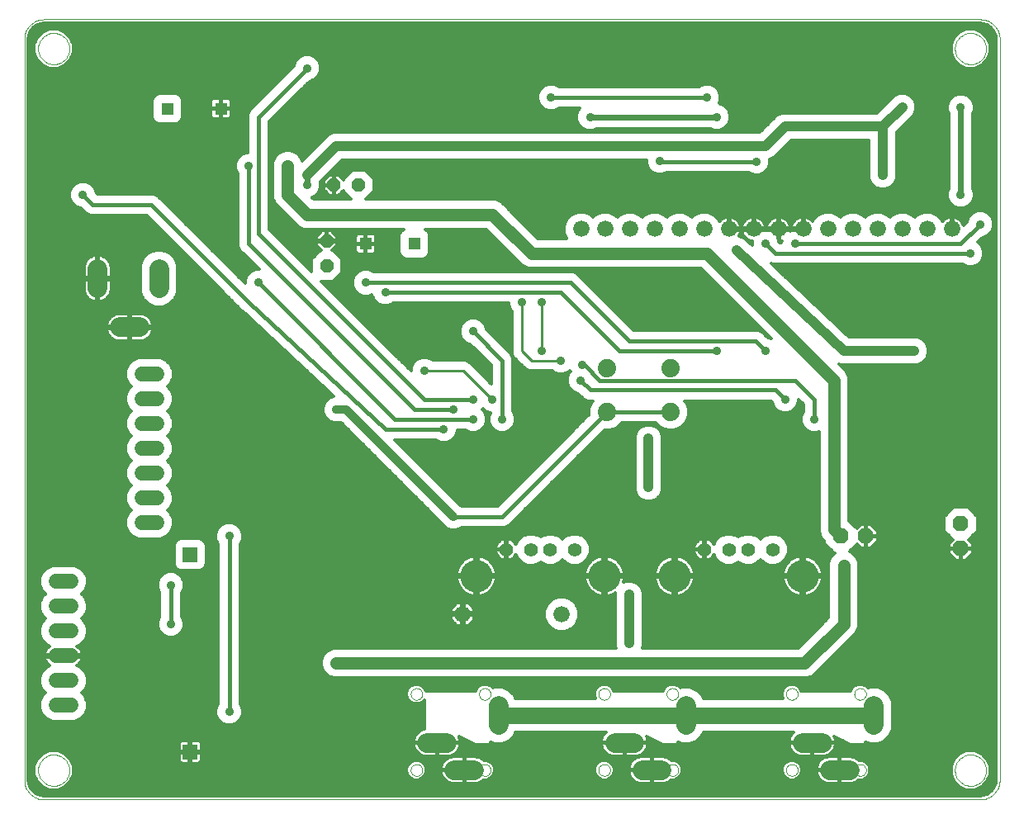
<source format=gbl>
G75*
G70*
%OFA0B0*%
%FSLAX24Y24*%
%IPPOS*%
%LPD*%
%AMOC8*
5,1,8,0,0,1.08239X$1,22.5*
%
%ADD10C,0.0000*%
%ADD11C,0.0787*%
%ADD12C,0.1306*%
%ADD13C,0.0554*%
%ADD14R,0.0515X0.0515*%
%ADD15C,0.0660*%
%ADD16OC8,0.0520*%
%ADD17R,0.0594X0.0594*%
%ADD18C,0.0600*%
%ADD19OC8,0.0630*%
%ADD20C,0.0740*%
%ADD21C,0.0120*%
%ADD22C,0.0356*%
%ADD23C,0.0320*%
%ADD24C,0.0240*%
%ADD25C,0.0160*%
%ADD26C,0.0400*%
%ADD27C,0.0100*%
%ADD28C,0.0500*%
%ADD29C,0.0150*%
%ADD30C,0.0660*%
D10*
X005277Y004117D02*
X043073Y004117D01*
X043127Y004119D01*
X043180Y004124D01*
X043233Y004133D01*
X043285Y004146D01*
X043337Y004162D01*
X043387Y004182D01*
X043435Y004205D01*
X043482Y004232D01*
X043527Y004261D01*
X043570Y004294D01*
X043610Y004329D01*
X043648Y004367D01*
X043683Y004407D01*
X043716Y004450D01*
X043745Y004495D01*
X043772Y004542D01*
X043795Y004590D01*
X043815Y004640D01*
X043831Y004692D01*
X043844Y004744D01*
X043853Y004797D01*
X043858Y004850D01*
X043860Y004904D01*
X043860Y034826D01*
X043858Y034880D01*
X043853Y034933D01*
X043844Y034986D01*
X043831Y035038D01*
X043815Y035090D01*
X043795Y035140D01*
X043772Y035188D01*
X043745Y035235D01*
X043716Y035280D01*
X043683Y035323D01*
X043648Y035363D01*
X043610Y035401D01*
X043570Y035436D01*
X043527Y035469D01*
X043482Y035498D01*
X043435Y035525D01*
X043387Y035548D01*
X043337Y035568D01*
X043285Y035584D01*
X043233Y035597D01*
X043180Y035606D01*
X043127Y035611D01*
X043073Y035613D01*
X005277Y035613D01*
X005223Y035611D01*
X005170Y035606D01*
X005117Y035597D01*
X005065Y035584D01*
X005013Y035568D01*
X004963Y035548D01*
X004915Y035525D01*
X004868Y035498D01*
X004823Y035469D01*
X004780Y035436D01*
X004740Y035401D01*
X004702Y035363D01*
X004667Y035323D01*
X004634Y035280D01*
X004605Y035235D01*
X004578Y035188D01*
X004555Y035140D01*
X004535Y035090D01*
X004519Y035038D01*
X004506Y034986D01*
X004497Y034933D01*
X004492Y034880D01*
X004490Y034826D01*
X004490Y004904D01*
X004492Y004850D01*
X004497Y004797D01*
X004506Y004744D01*
X004519Y004692D01*
X004535Y004640D01*
X004555Y004590D01*
X004578Y004542D01*
X004605Y004495D01*
X004634Y004450D01*
X004667Y004407D01*
X004702Y004367D01*
X004740Y004329D01*
X004780Y004294D01*
X004823Y004261D01*
X004868Y004232D01*
X004915Y004205D01*
X004963Y004182D01*
X005013Y004162D01*
X005065Y004146D01*
X005117Y004133D01*
X005170Y004124D01*
X005223Y004119D01*
X005277Y004117D01*
X005041Y005298D02*
X005043Y005348D01*
X005049Y005398D01*
X005059Y005447D01*
X005073Y005495D01*
X005090Y005542D01*
X005111Y005587D01*
X005136Y005631D01*
X005164Y005672D01*
X005196Y005711D01*
X005230Y005748D01*
X005267Y005782D01*
X005307Y005812D01*
X005349Y005839D01*
X005393Y005863D01*
X005439Y005884D01*
X005486Y005900D01*
X005534Y005913D01*
X005584Y005922D01*
X005633Y005927D01*
X005684Y005928D01*
X005734Y005925D01*
X005783Y005918D01*
X005832Y005907D01*
X005880Y005892D01*
X005926Y005874D01*
X005971Y005852D01*
X006014Y005826D01*
X006055Y005797D01*
X006094Y005765D01*
X006130Y005730D01*
X006162Y005692D01*
X006192Y005652D01*
X006219Y005609D01*
X006242Y005565D01*
X006261Y005519D01*
X006277Y005471D01*
X006289Y005422D01*
X006297Y005373D01*
X006301Y005323D01*
X006301Y005273D01*
X006297Y005223D01*
X006289Y005174D01*
X006277Y005125D01*
X006261Y005077D01*
X006242Y005031D01*
X006219Y004987D01*
X006192Y004944D01*
X006162Y004904D01*
X006130Y004866D01*
X006094Y004831D01*
X006055Y004799D01*
X006014Y004770D01*
X005971Y004744D01*
X005926Y004722D01*
X005880Y004704D01*
X005832Y004689D01*
X005783Y004678D01*
X005734Y004671D01*
X005684Y004668D01*
X005633Y004669D01*
X005584Y004674D01*
X005534Y004683D01*
X005486Y004696D01*
X005439Y004712D01*
X005393Y004733D01*
X005349Y004757D01*
X005307Y004784D01*
X005267Y004814D01*
X005230Y004848D01*
X005196Y004885D01*
X005164Y004924D01*
X005136Y004965D01*
X005111Y005009D01*
X005090Y005054D01*
X005073Y005101D01*
X005059Y005149D01*
X005049Y005198D01*
X005043Y005248D01*
X005041Y005298D01*
X020083Y005306D02*
X020085Y005336D01*
X020091Y005366D01*
X020100Y005395D01*
X020113Y005422D01*
X020130Y005447D01*
X020149Y005470D01*
X020172Y005491D01*
X020197Y005508D01*
X020223Y005522D01*
X020252Y005532D01*
X020281Y005539D01*
X020311Y005542D01*
X020342Y005541D01*
X020372Y005536D01*
X020401Y005527D01*
X020428Y005515D01*
X020454Y005500D01*
X020478Y005481D01*
X020499Y005459D01*
X020517Y005435D01*
X020532Y005408D01*
X020543Y005380D01*
X020551Y005351D01*
X020555Y005321D01*
X020555Y005291D01*
X020551Y005261D01*
X020543Y005232D01*
X020532Y005204D01*
X020517Y005177D01*
X020499Y005153D01*
X020478Y005131D01*
X020454Y005112D01*
X020428Y005097D01*
X020401Y005085D01*
X020372Y005076D01*
X020342Y005071D01*
X020311Y005070D01*
X020281Y005073D01*
X020252Y005080D01*
X020223Y005090D01*
X020197Y005104D01*
X020172Y005121D01*
X020149Y005142D01*
X020130Y005165D01*
X020113Y005190D01*
X020100Y005217D01*
X020091Y005246D01*
X020085Y005276D01*
X020083Y005306D01*
X022839Y005306D02*
X022841Y005336D01*
X022847Y005366D01*
X022856Y005395D01*
X022869Y005422D01*
X022886Y005447D01*
X022905Y005470D01*
X022928Y005491D01*
X022953Y005508D01*
X022979Y005522D01*
X023008Y005532D01*
X023037Y005539D01*
X023067Y005542D01*
X023098Y005541D01*
X023128Y005536D01*
X023157Y005527D01*
X023184Y005515D01*
X023210Y005500D01*
X023234Y005481D01*
X023255Y005459D01*
X023273Y005435D01*
X023288Y005408D01*
X023299Y005380D01*
X023307Y005351D01*
X023311Y005321D01*
X023311Y005291D01*
X023307Y005261D01*
X023299Y005232D01*
X023288Y005204D01*
X023273Y005177D01*
X023255Y005153D01*
X023234Y005131D01*
X023210Y005112D01*
X023184Y005097D01*
X023157Y005085D01*
X023128Y005076D01*
X023098Y005071D01*
X023067Y005070D01*
X023037Y005073D01*
X023008Y005080D01*
X022979Y005090D01*
X022953Y005104D01*
X022928Y005121D01*
X022905Y005142D01*
X022886Y005165D01*
X022869Y005190D01*
X022856Y005217D01*
X022847Y005246D01*
X022841Y005276D01*
X022839Y005306D01*
X022839Y008377D02*
X022841Y008407D01*
X022847Y008437D01*
X022856Y008466D01*
X022869Y008493D01*
X022886Y008518D01*
X022905Y008541D01*
X022928Y008562D01*
X022953Y008579D01*
X022979Y008593D01*
X023008Y008603D01*
X023037Y008610D01*
X023067Y008613D01*
X023098Y008612D01*
X023128Y008607D01*
X023157Y008598D01*
X023184Y008586D01*
X023210Y008571D01*
X023234Y008552D01*
X023255Y008530D01*
X023273Y008506D01*
X023288Y008479D01*
X023299Y008451D01*
X023307Y008422D01*
X023311Y008392D01*
X023311Y008362D01*
X023307Y008332D01*
X023299Y008303D01*
X023288Y008275D01*
X023273Y008248D01*
X023255Y008224D01*
X023234Y008202D01*
X023210Y008183D01*
X023184Y008168D01*
X023157Y008156D01*
X023128Y008147D01*
X023098Y008142D01*
X023067Y008141D01*
X023037Y008144D01*
X023008Y008151D01*
X022979Y008161D01*
X022953Y008175D01*
X022928Y008192D01*
X022905Y008213D01*
X022886Y008236D01*
X022869Y008261D01*
X022856Y008288D01*
X022847Y008317D01*
X022841Y008347D01*
X022839Y008377D01*
X020083Y008377D02*
X020085Y008407D01*
X020091Y008437D01*
X020100Y008466D01*
X020113Y008493D01*
X020130Y008518D01*
X020149Y008541D01*
X020172Y008562D01*
X020197Y008579D01*
X020223Y008593D01*
X020252Y008603D01*
X020281Y008610D01*
X020311Y008613D01*
X020342Y008612D01*
X020372Y008607D01*
X020401Y008598D01*
X020428Y008586D01*
X020454Y008571D01*
X020478Y008552D01*
X020499Y008530D01*
X020517Y008506D01*
X020532Y008479D01*
X020543Y008451D01*
X020551Y008422D01*
X020555Y008392D01*
X020555Y008362D01*
X020551Y008332D01*
X020543Y008303D01*
X020532Y008275D01*
X020517Y008248D01*
X020499Y008224D01*
X020478Y008202D01*
X020454Y008183D01*
X020428Y008168D01*
X020401Y008156D01*
X020372Y008147D01*
X020342Y008142D01*
X020311Y008141D01*
X020281Y008144D01*
X020252Y008151D01*
X020223Y008161D01*
X020197Y008175D01*
X020172Y008192D01*
X020149Y008213D01*
X020130Y008236D01*
X020113Y008261D01*
X020100Y008288D01*
X020091Y008317D01*
X020085Y008347D01*
X020083Y008377D01*
X027658Y008377D02*
X027660Y008407D01*
X027666Y008437D01*
X027675Y008466D01*
X027688Y008493D01*
X027705Y008518D01*
X027724Y008541D01*
X027747Y008562D01*
X027772Y008579D01*
X027798Y008593D01*
X027827Y008603D01*
X027856Y008610D01*
X027886Y008613D01*
X027917Y008612D01*
X027947Y008607D01*
X027976Y008598D01*
X028003Y008586D01*
X028029Y008571D01*
X028053Y008552D01*
X028074Y008530D01*
X028092Y008506D01*
X028107Y008479D01*
X028118Y008451D01*
X028126Y008422D01*
X028130Y008392D01*
X028130Y008362D01*
X028126Y008332D01*
X028118Y008303D01*
X028107Y008275D01*
X028092Y008248D01*
X028074Y008224D01*
X028053Y008202D01*
X028029Y008183D01*
X028003Y008168D01*
X027976Y008156D01*
X027947Y008147D01*
X027917Y008142D01*
X027886Y008141D01*
X027856Y008144D01*
X027827Y008151D01*
X027798Y008161D01*
X027772Y008175D01*
X027747Y008192D01*
X027724Y008213D01*
X027705Y008236D01*
X027688Y008261D01*
X027675Y008288D01*
X027666Y008317D01*
X027660Y008347D01*
X027658Y008377D01*
X030413Y008377D02*
X030415Y008407D01*
X030421Y008437D01*
X030430Y008466D01*
X030443Y008493D01*
X030460Y008518D01*
X030479Y008541D01*
X030502Y008562D01*
X030527Y008579D01*
X030553Y008593D01*
X030582Y008603D01*
X030611Y008610D01*
X030641Y008613D01*
X030672Y008612D01*
X030702Y008607D01*
X030731Y008598D01*
X030758Y008586D01*
X030784Y008571D01*
X030808Y008552D01*
X030829Y008530D01*
X030847Y008506D01*
X030862Y008479D01*
X030873Y008451D01*
X030881Y008422D01*
X030885Y008392D01*
X030885Y008362D01*
X030881Y008332D01*
X030873Y008303D01*
X030862Y008275D01*
X030847Y008248D01*
X030829Y008224D01*
X030808Y008202D01*
X030784Y008183D01*
X030758Y008168D01*
X030731Y008156D01*
X030702Y008147D01*
X030672Y008142D01*
X030641Y008141D01*
X030611Y008144D01*
X030582Y008151D01*
X030553Y008161D01*
X030527Y008175D01*
X030502Y008192D01*
X030479Y008213D01*
X030460Y008236D01*
X030443Y008261D01*
X030430Y008288D01*
X030421Y008317D01*
X030415Y008347D01*
X030413Y008377D01*
X030413Y005306D02*
X030415Y005336D01*
X030421Y005366D01*
X030430Y005395D01*
X030443Y005422D01*
X030460Y005447D01*
X030479Y005470D01*
X030502Y005491D01*
X030527Y005508D01*
X030553Y005522D01*
X030582Y005532D01*
X030611Y005539D01*
X030641Y005542D01*
X030672Y005541D01*
X030702Y005536D01*
X030731Y005527D01*
X030758Y005515D01*
X030784Y005500D01*
X030808Y005481D01*
X030829Y005459D01*
X030847Y005435D01*
X030862Y005408D01*
X030873Y005380D01*
X030881Y005351D01*
X030885Y005321D01*
X030885Y005291D01*
X030881Y005261D01*
X030873Y005232D01*
X030862Y005204D01*
X030847Y005177D01*
X030829Y005153D01*
X030808Y005131D01*
X030784Y005112D01*
X030758Y005097D01*
X030731Y005085D01*
X030702Y005076D01*
X030672Y005071D01*
X030641Y005070D01*
X030611Y005073D01*
X030582Y005080D01*
X030553Y005090D01*
X030527Y005104D01*
X030502Y005121D01*
X030479Y005142D01*
X030460Y005165D01*
X030443Y005190D01*
X030430Y005217D01*
X030421Y005246D01*
X030415Y005276D01*
X030413Y005306D01*
X027658Y005306D02*
X027660Y005336D01*
X027666Y005366D01*
X027675Y005395D01*
X027688Y005422D01*
X027705Y005447D01*
X027724Y005470D01*
X027747Y005491D01*
X027772Y005508D01*
X027798Y005522D01*
X027827Y005532D01*
X027856Y005539D01*
X027886Y005542D01*
X027917Y005541D01*
X027947Y005536D01*
X027976Y005527D01*
X028003Y005515D01*
X028029Y005500D01*
X028053Y005481D01*
X028074Y005459D01*
X028092Y005435D01*
X028107Y005408D01*
X028118Y005380D01*
X028126Y005351D01*
X028130Y005321D01*
X028130Y005291D01*
X028126Y005261D01*
X028118Y005232D01*
X028107Y005204D01*
X028092Y005177D01*
X028074Y005153D01*
X028053Y005131D01*
X028029Y005112D01*
X028003Y005097D01*
X027976Y005085D01*
X027947Y005076D01*
X027917Y005071D01*
X027886Y005070D01*
X027856Y005073D01*
X027827Y005080D01*
X027798Y005090D01*
X027772Y005104D01*
X027747Y005121D01*
X027724Y005142D01*
X027705Y005165D01*
X027688Y005190D01*
X027675Y005217D01*
X027666Y005246D01*
X027660Y005276D01*
X027658Y005306D01*
X035232Y005306D02*
X035234Y005336D01*
X035240Y005366D01*
X035249Y005395D01*
X035262Y005422D01*
X035279Y005447D01*
X035298Y005470D01*
X035321Y005491D01*
X035346Y005508D01*
X035372Y005522D01*
X035401Y005532D01*
X035430Y005539D01*
X035460Y005542D01*
X035491Y005541D01*
X035521Y005536D01*
X035550Y005527D01*
X035577Y005515D01*
X035603Y005500D01*
X035627Y005481D01*
X035648Y005459D01*
X035666Y005435D01*
X035681Y005408D01*
X035692Y005380D01*
X035700Y005351D01*
X035704Y005321D01*
X035704Y005291D01*
X035700Y005261D01*
X035692Y005232D01*
X035681Y005204D01*
X035666Y005177D01*
X035648Y005153D01*
X035627Y005131D01*
X035603Y005112D01*
X035577Y005097D01*
X035550Y005085D01*
X035521Y005076D01*
X035491Y005071D01*
X035460Y005070D01*
X035430Y005073D01*
X035401Y005080D01*
X035372Y005090D01*
X035346Y005104D01*
X035321Y005121D01*
X035298Y005142D01*
X035279Y005165D01*
X035262Y005190D01*
X035249Y005217D01*
X035240Y005246D01*
X035234Y005276D01*
X035232Y005306D01*
X037988Y005306D02*
X037990Y005336D01*
X037996Y005366D01*
X038005Y005395D01*
X038018Y005422D01*
X038035Y005447D01*
X038054Y005470D01*
X038077Y005491D01*
X038102Y005508D01*
X038128Y005522D01*
X038157Y005532D01*
X038186Y005539D01*
X038216Y005542D01*
X038247Y005541D01*
X038277Y005536D01*
X038306Y005527D01*
X038333Y005515D01*
X038359Y005500D01*
X038383Y005481D01*
X038404Y005459D01*
X038422Y005435D01*
X038437Y005408D01*
X038448Y005380D01*
X038456Y005351D01*
X038460Y005321D01*
X038460Y005291D01*
X038456Y005261D01*
X038448Y005232D01*
X038437Y005204D01*
X038422Y005177D01*
X038404Y005153D01*
X038383Y005131D01*
X038359Y005112D01*
X038333Y005097D01*
X038306Y005085D01*
X038277Y005076D01*
X038247Y005071D01*
X038216Y005070D01*
X038186Y005073D01*
X038157Y005080D01*
X038128Y005090D01*
X038102Y005104D01*
X038077Y005121D01*
X038054Y005142D01*
X038035Y005165D01*
X038018Y005190D01*
X038005Y005217D01*
X037996Y005246D01*
X037990Y005276D01*
X037988Y005306D01*
X037988Y008377D02*
X037990Y008407D01*
X037996Y008437D01*
X038005Y008466D01*
X038018Y008493D01*
X038035Y008518D01*
X038054Y008541D01*
X038077Y008562D01*
X038102Y008579D01*
X038128Y008593D01*
X038157Y008603D01*
X038186Y008610D01*
X038216Y008613D01*
X038247Y008612D01*
X038277Y008607D01*
X038306Y008598D01*
X038333Y008586D01*
X038359Y008571D01*
X038383Y008552D01*
X038404Y008530D01*
X038422Y008506D01*
X038437Y008479D01*
X038448Y008451D01*
X038456Y008422D01*
X038460Y008392D01*
X038460Y008362D01*
X038456Y008332D01*
X038448Y008303D01*
X038437Y008275D01*
X038422Y008248D01*
X038404Y008224D01*
X038383Y008202D01*
X038359Y008183D01*
X038333Y008168D01*
X038306Y008156D01*
X038277Y008147D01*
X038247Y008142D01*
X038216Y008141D01*
X038186Y008144D01*
X038157Y008151D01*
X038128Y008161D01*
X038102Y008175D01*
X038077Y008192D01*
X038054Y008213D01*
X038035Y008236D01*
X038018Y008261D01*
X038005Y008288D01*
X037996Y008317D01*
X037990Y008347D01*
X037988Y008377D01*
X035232Y008377D02*
X035234Y008407D01*
X035240Y008437D01*
X035249Y008466D01*
X035262Y008493D01*
X035279Y008518D01*
X035298Y008541D01*
X035321Y008562D01*
X035346Y008579D01*
X035372Y008593D01*
X035401Y008603D01*
X035430Y008610D01*
X035460Y008613D01*
X035491Y008612D01*
X035521Y008607D01*
X035550Y008598D01*
X035577Y008586D01*
X035603Y008571D01*
X035627Y008552D01*
X035648Y008530D01*
X035666Y008506D01*
X035681Y008479D01*
X035692Y008451D01*
X035700Y008422D01*
X035704Y008392D01*
X035704Y008362D01*
X035700Y008332D01*
X035692Y008303D01*
X035681Y008275D01*
X035666Y008248D01*
X035648Y008224D01*
X035627Y008202D01*
X035603Y008183D01*
X035577Y008168D01*
X035550Y008156D01*
X035521Y008147D01*
X035491Y008142D01*
X035460Y008141D01*
X035430Y008144D01*
X035401Y008151D01*
X035372Y008161D01*
X035346Y008175D01*
X035321Y008192D01*
X035298Y008213D01*
X035279Y008236D01*
X035262Y008261D01*
X035249Y008288D01*
X035240Y008317D01*
X035234Y008347D01*
X035232Y008377D01*
X042049Y005298D02*
X042051Y005348D01*
X042057Y005398D01*
X042067Y005447D01*
X042081Y005495D01*
X042098Y005542D01*
X042119Y005587D01*
X042144Y005631D01*
X042172Y005672D01*
X042204Y005711D01*
X042238Y005748D01*
X042275Y005782D01*
X042315Y005812D01*
X042357Y005839D01*
X042401Y005863D01*
X042447Y005884D01*
X042494Y005900D01*
X042542Y005913D01*
X042592Y005922D01*
X042641Y005927D01*
X042692Y005928D01*
X042742Y005925D01*
X042791Y005918D01*
X042840Y005907D01*
X042888Y005892D01*
X042934Y005874D01*
X042979Y005852D01*
X043022Y005826D01*
X043063Y005797D01*
X043102Y005765D01*
X043138Y005730D01*
X043170Y005692D01*
X043200Y005652D01*
X043227Y005609D01*
X043250Y005565D01*
X043269Y005519D01*
X043285Y005471D01*
X043297Y005422D01*
X043305Y005373D01*
X043309Y005323D01*
X043309Y005273D01*
X043305Y005223D01*
X043297Y005174D01*
X043285Y005125D01*
X043269Y005077D01*
X043250Y005031D01*
X043227Y004987D01*
X043200Y004944D01*
X043170Y004904D01*
X043138Y004866D01*
X043102Y004831D01*
X043063Y004799D01*
X043022Y004770D01*
X042979Y004744D01*
X042934Y004722D01*
X042888Y004704D01*
X042840Y004689D01*
X042791Y004678D01*
X042742Y004671D01*
X042692Y004668D01*
X042641Y004669D01*
X042592Y004674D01*
X042542Y004683D01*
X042494Y004696D01*
X042447Y004712D01*
X042401Y004733D01*
X042357Y004757D01*
X042315Y004784D01*
X042275Y004814D01*
X042238Y004848D01*
X042204Y004885D01*
X042172Y004924D01*
X042144Y004965D01*
X042119Y005009D01*
X042098Y005054D01*
X042081Y005101D01*
X042067Y005149D01*
X042057Y005198D01*
X042051Y005248D01*
X042049Y005298D01*
X042049Y034432D02*
X042051Y034482D01*
X042057Y034532D01*
X042067Y034581D01*
X042081Y034629D01*
X042098Y034676D01*
X042119Y034721D01*
X042144Y034765D01*
X042172Y034806D01*
X042204Y034845D01*
X042238Y034882D01*
X042275Y034916D01*
X042315Y034946D01*
X042357Y034973D01*
X042401Y034997D01*
X042447Y035018D01*
X042494Y035034D01*
X042542Y035047D01*
X042592Y035056D01*
X042641Y035061D01*
X042692Y035062D01*
X042742Y035059D01*
X042791Y035052D01*
X042840Y035041D01*
X042888Y035026D01*
X042934Y035008D01*
X042979Y034986D01*
X043022Y034960D01*
X043063Y034931D01*
X043102Y034899D01*
X043138Y034864D01*
X043170Y034826D01*
X043200Y034786D01*
X043227Y034743D01*
X043250Y034699D01*
X043269Y034653D01*
X043285Y034605D01*
X043297Y034556D01*
X043305Y034507D01*
X043309Y034457D01*
X043309Y034407D01*
X043305Y034357D01*
X043297Y034308D01*
X043285Y034259D01*
X043269Y034211D01*
X043250Y034165D01*
X043227Y034121D01*
X043200Y034078D01*
X043170Y034038D01*
X043138Y034000D01*
X043102Y033965D01*
X043063Y033933D01*
X043022Y033904D01*
X042979Y033878D01*
X042934Y033856D01*
X042888Y033838D01*
X042840Y033823D01*
X042791Y033812D01*
X042742Y033805D01*
X042692Y033802D01*
X042641Y033803D01*
X042592Y033808D01*
X042542Y033817D01*
X042494Y033830D01*
X042447Y033846D01*
X042401Y033867D01*
X042357Y033891D01*
X042315Y033918D01*
X042275Y033948D01*
X042238Y033982D01*
X042204Y034019D01*
X042172Y034058D01*
X042144Y034099D01*
X042119Y034143D01*
X042098Y034188D01*
X042081Y034235D01*
X042067Y034283D01*
X042057Y034332D01*
X042051Y034382D01*
X042049Y034432D01*
X005041Y034432D02*
X005043Y034482D01*
X005049Y034532D01*
X005059Y034581D01*
X005073Y034629D01*
X005090Y034676D01*
X005111Y034721D01*
X005136Y034765D01*
X005164Y034806D01*
X005196Y034845D01*
X005230Y034882D01*
X005267Y034916D01*
X005307Y034946D01*
X005349Y034973D01*
X005393Y034997D01*
X005439Y035018D01*
X005486Y035034D01*
X005534Y035047D01*
X005584Y035056D01*
X005633Y035061D01*
X005684Y035062D01*
X005734Y035059D01*
X005783Y035052D01*
X005832Y035041D01*
X005880Y035026D01*
X005926Y035008D01*
X005971Y034986D01*
X006014Y034960D01*
X006055Y034931D01*
X006094Y034899D01*
X006130Y034864D01*
X006162Y034826D01*
X006192Y034786D01*
X006219Y034743D01*
X006242Y034699D01*
X006261Y034653D01*
X006277Y034605D01*
X006289Y034556D01*
X006297Y034507D01*
X006301Y034457D01*
X006301Y034407D01*
X006297Y034357D01*
X006289Y034308D01*
X006277Y034259D01*
X006261Y034211D01*
X006242Y034165D01*
X006219Y034121D01*
X006192Y034078D01*
X006162Y034038D01*
X006130Y034000D01*
X006094Y033965D01*
X006055Y033933D01*
X006014Y033904D01*
X005971Y033878D01*
X005926Y033856D01*
X005880Y033838D01*
X005832Y033823D01*
X005783Y033812D01*
X005734Y033805D01*
X005684Y033802D01*
X005633Y033803D01*
X005584Y033808D01*
X005534Y033817D01*
X005486Y033830D01*
X005439Y033846D01*
X005393Y033867D01*
X005349Y033891D01*
X005307Y033918D01*
X005267Y033948D01*
X005230Y033982D01*
X005196Y034019D01*
X005164Y034058D01*
X005136Y034099D01*
X005111Y034143D01*
X005090Y034188D01*
X005073Y034235D01*
X005059Y034283D01*
X005049Y034332D01*
X005043Y034382D01*
X005041Y034432D01*
D11*
X007443Y025542D02*
X007443Y024755D01*
X008348Y023180D02*
X009136Y023180D01*
X009923Y024755D02*
X009923Y025542D01*
X023626Y007904D02*
X023626Y007117D01*
X022642Y005306D02*
X021854Y005306D01*
X021539Y006408D02*
X020752Y006408D01*
X028327Y006408D02*
X029114Y006408D01*
X029429Y005306D02*
X030216Y005306D01*
X031201Y007117D02*
X031201Y007904D01*
X035901Y006408D02*
X036689Y006408D01*
X037004Y005306D02*
X037791Y005306D01*
X038775Y007117D02*
X038775Y007904D01*
D12*
X035906Y013142D03*
X030733Y013142D03*
X027910Y013142D03*
X022737Y013142D03*
D13*
X023945Y014209D03*
X024930Y014209D03*
X025717Y014209D03*
X026701Y014209D03*
X031941Y014209D03*
X032926Y014209D03*
X033713Y014209D03*
X034697Y014209D03*
D14*
X020238Y026558D03*
X018270Y026558D03*
X012427Y032007D03*
X010262Y032007D03*
D15*
X026966Y027149D03*
X027931Y027149D03*
X028931Y027149D03*
X029931Y027149D03*
X030931Y027149D03*
X031931Y027149D03*
X032931Y027149D03*
X033931Y027149D03*
X034931Y027149D03*
X035931Y027149D03*
X036931Y027149D03*
X037931Y027149D03*
X038931Y027149D03*
X039931Y027149D03*
X040931Y027149D03*
X041931Y027149D03*
X026175Y011597D03*
X022175Y011597D03*
D16*
X016695Y025664D03*
X016695Y026664D03*
X016982Y028920D03*
X017982Y028920D03*
D17*
X011183Y014009D03*
X011183Y006036D03*
D18*
X006365Y007916D02*
X005765Y007916D01*
X005765Y008916D02*
X006365Y008916D01*
X006365Y009916D02*
X005765Y009916D01*
X005765Y010916D02*
X006365Y010916D01*
X006365Y011916D02*
X005765Y011916D01*
X005765Y012916D02*
X006365Y012916D01*
X009233Y015290D02*
X009833Y015290D01*
X009833Y016290D02*
X009233Y016290D01*
X009233Y017290D02*
X009833Y017290D01*
X009833Y018290D02*
X009233Y018290D01*
X009233Y019290D02*
X009833Y019290D01*
X009833Y020290D02*
X009233Y020290D01*
X009233Y021290D02*
X009833Y021290D01*
D19*
X037455Y014747D03*
X038455Y014747D03*
X042285Y015247D03*
X042285Y014247D03*
D20*
X030573Y019762D03*
X030573Y021542D03*
X028013Y021542D03*
X028013Y019762D03*
D21*
X004834Y004461D02*
X004718Y004620D01*
X004658Y004806D01*
X004650Y004904D01*
X004650Y034826D01*
X004658Y034924D01*
X004718Y035111D01*
X004834Y035269D01*
X004993Y035385D01*
X005179Y035445D01*
X005277Y035453D01*
X043073Y035453D01*
X043171Y035445D01*
X043357Y035385D01*
X043516Y035269D01*
X043632Y035111D01*
X043692Y034924D01*
X043700Y034826D01*
X043700Y004904D01*
X043692Y004806D01*
X043632Y004620D01*
X043516Y004461D01*
X043357Y004345D01*
X043171Y004285D01*
X043073Y004277D01*
X005277Y004277D01*
X005179Y004285D01*
X004993Y004345D01*
X004834Y004461D01*
X004825Y004473D02*
X043525Y004473D01*
X043611Y004591D02*
X043036Y004591D01*
X043126Y004628D02*
X042836Y004508D01*
X042522Y004508D01*
X042231Y004628D01*
X042009Y004851D01*
X041889Y005141D01*
X041889Y005455D01*
X042009Y005746D01*
X042231Y005968D01*
X042522Y006088D01*
X042836Y006088D01*
X043126Y005968D01*
X043349Y005746D01*
X043469Y005455D01*
X043469Y005141D01*
X043349Y004851D01*
X043126Y004628D01*
X043207Y004710D02*
X043661Y004710D01*
X043694Y004828D02*
X043326Y004828D01*
X043388Y004947D02*
X043700Y004947D01*
X043700Y005065D02*
X043437Y005065D01*
X043469Y005184D02*
X043700Y005184D01*
X043700Y005302D02*
X043469Y005302D01*
X043469Y005421D02*
X043700Y005421D01*
X043700Y005539D02*
X043434Y005539D01*
X043385Y005658D02*
X043700Y005658D01*
X043700Y005776D02*
X043318Y005776D01*
X043200Y005895D02*
X043700Y005895D01*
X043700Y006013D02*
X043017Y006013D01*
X042341Y006013D02*
X037077Y006013D01*
X037050Y005986D02*
X037111Y006048D01*
X037162Y006118D01*
X037202Y006196D01*
X037229Y006279D01*
X037242Y006365D01*
X037242Y006388D01*
X036315Y006388D01*
X036315Y005855D01*
X036732Y005855D01*
X036818Y005868D01*
X036901Y005895D01*
X036979Y005935D01*
X037050Y005986D01*
X036960Y005860D02*
X036874Y005846D01*
X036791Y005819D01*
X036714Y005780D01*
X036643Y005728D01*
X036581Y005667D01*
X036530Y005596D01*
X036491Y005519D01*
X036464Y005436D01*
X036450Y005350D01*
X036450Y005326D01*
X037377Y005326D01*
X037377Y005286D01*
X036450Y005286D01*
X036450Y005262D01*
X036464Y005176D01*
X036491Y005093D01*
X036530Y005016D01*
X036581Y004945D01*
X036643Y004884D01*
X036714Y004832D01*
X036791Y004793D01*
X036874Y004766D01*
X036960Y004752D01*
X037377Y004752D01*
X037377Y005286D01*
X037417Y005286D01*
X037417Y004752D01*
X037835Y004752D01*
X037921Y004766D01*
X038004Y004793D01*
X038081Y004832D01*
X038152Y004884D01*
X038178Y004910D01*
X038303Y004910D01*
X038449Y004970D01*
X038560Y005082D01*
X038620Y005227D01*
X038620Y005385D01*
X038560Y005530D01*
X038449Y005642D01*
X038303Y005702D01*
X038178Y005702D01*
X038152Y005728D01*
X038081Y005780D01*
X038004Y005819D01*
X037921Y005846D01*
X037835Y005860D01*
X037417Y005860D01*
X037417Y005326D01*
X037377Y005326D01*
X037377Y005860D01*
X036960Y005860D01*
X036899Y005895D02*
X042158Y005895D01*
X042040Y005776D02*
X038086Y005776D01*
X038411Y005658D02*
X041973Y005658D01*
X041924Y005539D02*
X038552Y005539D01*
X038606Y005421D02*
X041889Y005421D01*
X041889Y005302D02*
X038620Y005302D01*
X038602Y005184D02*
X041889Y005184D01*
X041920Y005065D02*
X038544Y005065D01*
X038392Y004947D02*
X041970Y004947D01*
X042032Y004828D02*
X038073Y004828D01*
X037417Y004828D02*
X037377Y004828D01*
X037377Y004947D02*
X037417Y004947D01*
X037417Y005065D02*
X037377Y005065D01*
X037377Y005184D02*
X037417Y005184D01*
X037377Y005302D02*
X035865Y005302D01*
X035865Y005227D02*
X035804Y005082D01*
X035693Y004970D01*
X035547Y004910D01*
X035390Y004910D01*
X035244Y004970D01*
X035132Y005082D01*
X035072Y005227D01*
X035072Y005385D01*
X035132Y005530D01*
X035244Y005642D01*
X035390Y005702D01*
X035547Y005702D01*
X035693Y005642D01*
X035804Y005530D01*
X035865Y005385D01*
X035865Y005227D01*
X035846Y005184D02*
X036463Y005184D01*
X036505Y005065D02*
X035788Y005065D01*
X035636Y004947D02*
X036581Y004947D01*
X036722Y004828D02*
X030498Y004828D01*
X030507Y004832D02*
X030577Y004884D01*
X030603Y004910D01*
X030728Y004910D01*
X030874Y004970D01*
X030985Y005082D01*
X031046Y005227D01*
X031046Y005385D01*
X030985Y005530D01*
X030874Y005642D01*
X030728Y005702D01*
X030603Y005702D01*
X030577Y005728D01*
X030507Y005780D01*
X030429Y005819D01*
X030346Y005846D01*
X030260Y005860D01*
X029843Y005860D01*
X029843Y005326D01*
X029803Y005326D01*
X029803Y005860D01*
X029385Y005860D01*
X029299Y005846D01*
X029216Y005819D01*
X029139Y005780D01*
X029068Y005728D01*
X029007Y005667D01*
X028955Y005596D01*
X028916Y005519D01*
X028889Y005436D01*
X028875Y005350D01*
X028875Y005326D01*
X029803Y005326D01*
X029803Y005286D01*
X029843Y005286D01*
X029843Y004752D01*
X030260Y004752D01*
X030346Y004766D01*
X030429Y004793D01*
X030507Y004832D01*
X030817Y004947D02*
X035301Y004947D01*
X035149Y005065D02*
X030969Y005065D01*
X031028Y005184D02*
X035090Y005184D01*
X035072Y005302D02*
X031046Y005302D01*
X031031Y005421D02*
X035087Y005421D01*
X035141Y005539D02*
X030977Y005539D01*
X030836Y005658D02*
X035282Y005658D01*
X035655Y005658D02*
X036575Y005658D01*
X036501Y005539D02*
X035796Y005539D01*
X035850Y005421D02*
X036461Y005421D01*
X036709Y005776D02*
X030511Y005776D01*
X030307Y006327D02*
X030828Y006327D01*
X030878Y006377D01*
X030878Y006435D01*
X031051Y006363D01*
X031351Y006363D01*
X031628Y006478D01*
X031840Y006690D01*
X031894Y006821D01*
X035531Y006821D01*
X035479Y006769D01*
X035428Y006699D01*
X035388Y006621D01*
X035361Y006538D01*
X035348Y006452D01*
X035348Y006428D01*
X036275Y006428D01*
X036275Y006388D01*
X036315Y006388D01*
X036315Y006428D01*
X037242Y006428D01*
X037242Y006452D01*
X037229Y006538D01*
X037202Y006621D01*
X037182Y006660D01*
X037818Y006342D01*
X037833Y006327D01*
X037848Y006327D01*
X037861Y006321D01*
X037882Y006327D01*
X038403Y006327D01*
X038453Y006377D01*
X038453Y006435D01*
X038625Y006363D01*
X038925Y006363D01*
X039202Y006478D01*
X039414Y006690D01*
X039529Y006967D01*
X039529Y008054D01*
X039414Y008331D01*
X039202Y008543D01*
X038925Y008658D01*
X038625Y008658D01*
X038539Y008622D01*
X038449Y008713D01*
X038303Y008773D01*
X038145Y008773D01*
X038000Y008713D01*
X037888Y008601D01*
X037845Y008497D01*
X035847Y008497D01*
X035804Y008601D01*
X035693Y008713D01*
X035547Y008773D01*
X035390Y008773D01*
X035244Y008713D01*
X035132Y008601D01*
X035072Y008456D01*
X035072Y008298D01*
X035112Y008201D01*
X031894Y008201D01*
X031840Y008331D01*
X031628Y008543D01*
X031351Y008658D01*
X031051Y008658D01*
X030964Y008622D01*
X030874Y008713D01*
X030728Y008773D01*
X030571Y008773D01*
X030425Y008713D01*
X030314Y008601D01*
X030270Y008497D01*
X028272Y008497D01*
X028229Y008601D01*
X028118Y008713D01*
X027972Y008773D01*
X027815Y008773D01*
X027669Y008713D01*
X027558Y008601D01*
X027497Y008456D01*
X027497Y008298D01*
X027538Y008201D01*
X024319Y008201D01*
X024265Y008331D01*
X024053Y008543D01*
X023776Y008658D01*
X023476Y008658D01*
X023389Y008622D01*
X023299Y008713D01*
X023153Y008773D01*
X022996Y008773D01*
X022850Y008713D01*
X022739Y008601D01*
X022696Y008497D01*
X020698Y008497D01*
X020655Y008601D01*
X020543Y008713D01*
X020398Y008773D01*
X020240Y008773D01*
X020094Y008713D01*
X019983Y008601D01*
X019922Y008456D01*
X019922Y008298D01*
X019983Y008152D01*
X020094Y008041D01*
X020240Y007981D01*
X020398Y007981D01*
X020543Y008041D01*
X020633Y008131D01*
X020633Y006950D01*
X020622Y006948D01*
X020539Y006921D01*
X020462Y006882D01*
X020391Y006831D01*
X020329Y006769D01*
X020278Y006699D01*
X020239Y006621D01*
X020212Y006538D01*
X020198Y006452D01*
X020198Y006428D01*
X021125Y006428D01*
X021125Y006388D01*
X020198Y006388D01*
X020198Y006365D01*
X020212Y006279D01*
X020239Y006196D01*
X020278Y006118D01*
X020329Y006048D01*
X020391Y005986D01*
X020462Y005935D01*
X020539Y005895D01*
X020622Y005868D01*
X020708Y005855D01*
X021125Y005855D01*
X021125Y006388D01*
X021165Y006388D01*
X021165Y005855D01*
X021583Y005855D01*
X021669Y005868D01*
X021752Y005895D01*
X021829Y005935D01*
X021900Y005986D01*
X021962Y006048D01*
X022013Y006118D01*
X022052Y006196D01*
X022079Y006279D01*
X022093Y006365D01*
X022093Y006388D01*
X021165Y006388D01*
X021165Y006428D01*
X022093Y006428D01*
X022093Y006452D01*
X022079Y006538D01*
X022052Y006621D01*
X022032Y006660D01*
X022668Y006342D01*
X022683Y006327D01*
X022698Y006327D01*
X022712Y006321D01*
X022732Y006327D01*
X023254Y006327D01*
X023303Y006377D01*
X023303Y006435D01*
X023476Y006363D01*
X023776Y006363D01*
X024053Y006478D01*
X024265Y006690D01*
X024319Y006821D01*
X027956Y006821D01*
X027904Y006769D01*
X027853Y006699D01*
X027813Y006621D01*
X027787Y006538D01*
X027773Y006452D01*
X027773Y006428D01*
X028700Y006428D01*
X028700Y006388D01*
X028740Y006388D01*
X028740Y005855D01*
X029158Y005855D01*
X029244Y005868D01*
X029327Y005895D01*
X029404Y005935D01*
X029475Y005986D01*
X029536Y006048D01*
X029588Y006118D01*
X029627Y006196D01*
X029654Y006279D01*
X029668Y006365D01*
X029668Y006388D01*
X028740Y006388D01*
X028740Y006428D01*
X029668Y006428D01*
X029668Y006452D01*
X029654Y006538D01*
X029627Y006621D01*
X029607Y006660D01*
X030243Y006342D01*
X030258Y006327D01*
X030273Y006327D01*
X030287Y006321D01*
X030307Y006327D01*
X030191Y006369D02*
X029668Y006369D01*
X029662Y006487D02*
X029954Y006487D01*
X029717Y006606D02*
X029632Y006606D01*
X029645Y006250D02*
X035371Y006250D01*
X035361Y006279D02*
X035388Y006196D01*
X035428Y006118D01*
X035479Y006048D01*
X035541Y005986D01*
X035611Y005935D01*
X035689Y005895D01*
X035772Y005868D01*
X035858Y005855D01*
X036275Y005855D01*
X036275Y006388D01*
X035348Y006388D01*
X035348Y006365D01*
X035361Y006279D01*
X035348Y006369D02*
X031363Y006369D01*
X031637Y006487D02*
X035353Y006487D01*
X035383Y006606D02*
X031755Y006606D01*
X031854Y006724D02*
X035446Y006724D01*
X036275Y006369D02*
X036315Y006369D01*
X036315Y006250D02*
X036275Y006250D01*
X036275Y006132D02*
X036315Y006132D01*
X036315Y006013D02*
X036275Y006013D01*
X036275Y005895D02*
X036315Y005895D01*
X035691Y005895D02*
X029324Y005895D01*
X029502Y006013D02*
X035514Y006013D01*
X035421Y006132D02*
X029594Y006132D01*
X029803Y005776D02*
X029843Y005776D01*
X029843Y005658D02*
X029803Y005658D01*
X029803Y005539D02*
X029843Y005539D01*
X029843Y005421D02*
X029803Y005421D01*
X029803Y005302D02*
X028290Y005302D01*
X028290Y005227D02*
X028229Y005082D01*
X028118Y004970D01*
X027972Y004910D01*
X027815Y004910D01*
X027669Y004970D01*
X027558Y005082D01*
X027497Y005227D01*
X027497Y005385D01*
X027558Y005530D01*
X027669Y005642D01*
X027815Y005702D01*
X027972Y005702D01*
X028118Y005642D01*
X028229Y005530D01*
X028290Y005385D01*
X028290Y005227D01*
X028272Y005184D02*
X028888Y005184D01*
X028889Y005176D02*
X028916Y005093D01*
X028955Y005016D01*
X029007Y004945D01*
X029068Y004884D01*
X029139Y004832D01*
X029216Y004793D01*
X029299Y004766D01*
X029385Y004752D01*
X029803Y004752D01*
X029803Y005286D01*
X028875Y005286D01*
X028875Y005262D01*
X028889Y005176D01*
X028930Y005065D02*
X028213Y005065D01*
X028061Y004947D02*
X029006Y004947D01*
X029147Y004828D02*
X022923Y004828D01*
X022932Y004832D02*
X023002Y004884D01*
X023028Y004910D01*
X023153Y004910D01*
X023299Y004970D01*
X023411Y005082D01*
X023471Y005227D01*
X023471Y005385D01*
X023411Y005530D01*
X023299Y005642D01*
X023153Y005702D01*
X023028Y005702D01*
X023002Y005728D01*
X022932Y005780D01*
X022854Y005819D01*
X022771Y005846D01*
X022685Y005860D01*
X022268Y005860D01*
X022268Y005326D01*
X022228Y005326D01*
X022228Y005860D01*
X021811Y005860D01*
X021724Y005846D01*
X021642Y005819D01*
X021564Y005780D01*
X021493Y005728D01*
X021432Y005667D01*
X021381Y005596D01*
X021341Y005519D01*
X021314Y005436D01*
X021300Y005350D01*
X021300Y005326D01*
X022228Y005326D01*
X022228Y005286D01*
X022268Y005286D01*
X022268Y004752D01*
X022685Y004752D01*
X022771Y004766D01*
X022854Y004793D01*
X022932Y004832D01*
X023242Y004947D02*
X027726Y004947D01*
X027574Y005065D02*
X023394Y005065D01*
X023453Y005184D02*
X027515Y005184D01*
X027497Y005302D02*
X023471Y005302D01*
X023456Y005421D02*
X027512Y005421D01*
X027566Y005539D02*
X023402Y005539D01*
X023261Y005658D02*
X027707Y005658D01*
X028080Y005658D02*
X029000Y005658D01*
X028926Y005539D02*
X028221Y005539D01*
X028275Y005421D02*
X028886Y005421D01*
X029134Y005776D02*
X022937Y005776D01*
X022268Y005776D02*
X022228Y005776D01*
X022228Y005658D02*
X022268Y005658D01*
X022268Y005539D02*
X022228Y005539D01*
X022228Y005421D02*
X022268Y005421D01*
X022228Y005302D02*
X020715Y005302D01*
X020715Y005227D02*
X020655Y005082D01*
X020543Y004970D01*
X020398Y004910D01*
X020240Y004910D01*
X020094Y004970D01*
X019983Y005082D01*
X019922Y005227D01*
X019922Y005385D01*
X019983Y005530D01*
X020094Y005642D01*
X020240Y005702D01*
X020398Y005702D01*
X020543Y005642D01*
X020655Y005530D01*
X020715Y005385D01*
X020715Y005227D01*
X020697Y005184D02*
X021313Y005184D01*
X021314Y005176D02*
X021341Y005093D01*
X021381Y005016D01*
X021432Y004945D01*
X021493Y004884D01*
X021564Y004832D01*
X021642Y004793D01*
X021724Y004766D01*
X021811Y004752D01*
X022228Y004752D01*
X022228Y005286D01*
X021300Y005286D01*
X021300Y005262D01*
X021314Y005176D01*
X021355Y005065D02*
X020638Y005065D01*
X020486Y004947D02*
X021431Y004947D01*
X021573Y004828D02*
X006318Y004828D01*
X006341Y004851D02*
X006461Y005141D01*
X006461Y005455D01*
X006341Y005746D01*
X006119Y005968D01*
X005828Y006088D01*
X005514Y006088D01*
X005224Y005968D01*
X005001Y005746D01*
X004881Y005455D01*
X004881Y005141D01*
X005001Y004851D01*
X005224Y004628D01*
X005514Y004508D01*
X005828Y004508D01*
X006119Y004628D01*
X006341Y004851D01*
X006380Y004947D02*
X020151Y004947D01*
X019999Y005065D02*
X006430Y005065D01*
X006461Y005184D02*
X019941Y005184D01*
X019922Y005302D02*
X006461Y005302D01*
X006461Y005421D02*
X019937Y005421D01*
X019991Y005539D02*
X006426Y005539D01*
X006377Y005658D02*
X010749Y005658D01*
X010758Y005641D02*
X010737Y005678D01*
X010726Y005718D01*
X010726Y005998D01*
X011144Y005998D01*
X011144Y006075D01*
X010726Y006075D01*
X010726Y006354D01*
X010737Y006395D01*
X010758Y006431D01*
X010788Y006461D01*
X010824Y006482D01*
X010865Y006493D01*
X011144Y006493D01*
X011144Y006075D01*
X011221Y006075D01*
X011221Y006493D01*
X011501Y006493D01*
X011541Y006482D01*
X011578Y006461D01*
X011608Y006431D01*
X011629Y006395D01*
X011640Y006354D01*
X011640Y006075D01*
X011221Y006075D01*
X011221Y005998D01*
X011221Y005579D01*
X011501Y005579D01*
X011541Y005590D01*
X011578Y005611D01*
X011608Y005641D01*
X011629Y005678D01*
X011640Y005718D01*
X011640Y005998D01*
X011221Y005998D01*
X011144Y005998D01*
X011144Y005579D01*
X010865Y005579D01*
X010824Y005590D01*
X010788Y005611D01*
X010758Y005641D01*
X010726Y005776D02*
X006310Y005776D01*
X006192Y005895D02*
X010726Y005895D01*
X010726Y006132D02*
X004650Y006132D01*
X004650Y006250D02*
X010726Y006250D01*
X010730Y006369D02*
X004650Y006369D01*
X004650Y006487D02*
X010842Y006487D01*
X011144Y006487D02*
X011221Y006487D01*
X011221Y006369D02*
X011144Y006369D01*
X011144Y006250D02*
X011221Y006250D01*
X011221Y006132D02*
X011144Y006132D01*
X011144Y006013D02*
X006009Y006013D01*
X005333Y006013D02*
X004650Y006013D01*
X004650Y005895D02*
X005150Y005895D01*
X005032Y005776D02*
X004650Y005776D01*
X004650Y005658D02*
X004965Y005658D01*
X004916Y005539D02*
X004650Y005539D01*
X004650Y005421D02*
X004881Y005421D01*
X004881Y005302D02*
X004650Y005302D01*
X004650Y005184D02*
X004881Y005184D01*
X004913Y005065D02*
X004650Y005065D01*
X004650Y004947D02*
X004962Y004947D01*
X005024Y004828D02*
X004656Y004828D01*
X004689Y004710D02*
X005143Y004710D01*
X005314Y004591D02*
X004739Y004591D01*
X004981Y004354D02*
X043369Y004354D01*
X042322Y004591D02*
X006028Y004591D01*
X006200Y004710D02*
X042150Y004710D01*
X043700Y006132D02*
X037169Y006132D01*
X037220Y006250D02*
X043700Y006250D01*
X043700Y006369D02*
X038938Y006369D01*
X039211Y006487D02*
X043700Y006487D01*
X043700Y006606D02*
X039330Y006606D01*
X039428Y006724D02*
X043700Y006724D01*
X043700Y006843D02*
X039478Y006843D01*
X039527Y006961D02*
X043700Y006961D01*
X043700Y007080D02*
X039529Y007080D01*
X039529Y007198D02*
X043700Y007198D01*
X043700Y007317D02*
X039529Y007317D01*
X039529Y007435D02*
X043700Y007435D01*
X043700Y007554D02*
X039529Y007554D01*
X039529Y007672D02*
X043700Y007672D01*
X043700Y007791D02*
X039529Y007791D01*
X039529Y007909D02*
X043700Y007909D01*
X043700Y008028D02*
X039529Y008028D01*
X039491Y008146D02*
X043700Y008146D01*
X043700Y008265D02*
X039442Y008265D01*
X039363Y008383D02*
X043700Y008383D01*
X043700Y008502D02*
X039244Y008502D01*
X039017Y008620D02*
X043700Y008620D01*
X043700Y008739D02*
X038386Y008739D01*
X038062Y008739D02*
X035631Y008739D01*
X035785Y008620D02*
X037907Y008620D01*
X037847Y008502D02*
X035846Y008502D01*
X036107Y009019D02*
X036332Y009112D01*
X036503Y009283D01*
X038078Y010858D01*
X038171Y011082D01*
X038171Y013687D01*
X038078Y013911D01*
X037906Y014083D01*
X037792Y014130D01*
X038096Y014434D01*
X038258Y014272D01*
X038435Y014272D01*
X038435Y014727D01*
X038475Y014727D01*
X038475Y014767D01*
X038930Y014767D01*
X038930Y014944D01*
X038651Y015222D01*
X038475Y015222D01*
X038475Y014767D01*
X038435Y014767D01*
X038435Y015222D01*
X038258Y015222D01*
X038096Y015060D01*
X037777Y015379D01*
X037777Y021167D01*
X037684Y021392D01*
X037513Y021563D01*
X037513Y021563D01*
X037380Y021696D01*
X037449Y021667D01*
X037458Y021667D01*
X037466Y021664D01*
X037569Y021667D01*
X040527Y021667D01*
X040732Y021752D01*
X040890Y021910D01*
X040975Y022116D01*
X040975Y022339D01*
X040890Y022544D01*
X040732Y022702D01*
X040527Y022787D01*
X037783Y022787D01*
X034639Y025757D01*
X034717Y025724D01*
X042358Y025724D01*
X042374Y025708D01*
X042572Y025626D01*
X042786Y025626D01*
X042984Y025708D01*
X043135Y025859D01*
X043217Y026057D01*
X043217Y026271D01*
X043135Y026469D01*
X042984Y026620D01*
X042974Y026624D01*
X043157Y026807D01*
X043180Y026807D01*
X043377Y026889D01*
X043529Y027041D01*
X043611Y027238D01*
X043611Y027452D01*
X043529Y027650D01*
X043377Y027802D01*
X043180Y027883D01*
X042966Y027883D01*
X042768Y027802D01*
X042616Y027650D01*
X042535Y027452D01*
X042535Y027429D01*
X042399Y027294D01*
X042385Y027337D01*
X042350Y027405D01*
X042305Y027468D01*
X042250Y027522D01*
X042188Y027568D01*
X042119Y027603D01*
X042046Y027626D01*
X041969Y027639D01*
X041969Y027187D01*
X041892Y027187D01*
X041892Y027639D01*
X041816Y027626D01*
X041743Y027603D01*
X041674Y027568D01*
X041612Y027522D01*
X041557Y027468D01*
X041550Y027458D01*
X041516Y027539D01*
X041322Y027733D01*
X041068Y027839D01*
X040794Y027839D01*
X040540Y027733D01*
X040431Y027624D01*
X040322Y027733D01*
X040068Y027839D01*
X039794Y027839D01*
X039540Y027733D01*
X039431Y027624D01*
X039322Y027733D01*
X039068Y027839D01*
X038794Y027839D01*
X038540Y027733D01*
X038431Y027624D01*
X038322Y027733D01*
X038068Y027839D01*
X037794Y027839D01*
X037540Y027733D01*
X037431Y027624D01*
X037322Y027733D01*
X037068Y027839D01*
X036794Y027839D01*
X036540Y027733D01*
X036346Y027539D01*
X036312Y027458D01*
X036305Y027468D01*
X036250Y027522D01*
X036188Y027568D01*
X036119Y027603D01*
X036046Y027626D01*
X035969Y027639D01*
X035969Y027187D01*
X035892Y027187D01*
X035892Y027110D01*
X035441Y027110D01*
X035446Y027080D01*
X035414Y027067D01*
X035421Y027110D01*
X035421Y027110D01*
X034969Y027110D01*
X034969Y026659D01*
X034969Y026659D01*
X035046Y026671D01*
X035058Y026675D01*
X035054Y026665D01*
X035054Y026604D01*
X034987Y026604D01*
X034949Y026642D01*
X034949Y026665D01*
X034892Y026802D01*
X034892Y027110D01*
X034441Y027110D01*
X034443Y027096D01*
X034419Y027096D01*
X034421Y027110D01*
X034421Y027110D01*
X033969Y027110D01*
X033969Y027187D01*
X033892Y027187D01*
X033892Y027110D01*
X033441Y027110D01*
X033453Y027034D01*
X033477Y026960D01*
X033512Y026892D01*
X033557Y026829D01*
X033612Y026775D01*
X033674Y026729D01*
X033743Y026694D01*
X033816Y026671D01*
X033873Y026662D01*
X033873Y026480D01*
X033545Y026790D01*
X033337Y026869D01*
X033333Y026869D01*
X033350Y026892D01*
X033385Y026960D01*
X033409Y027034D01*
X033421Y027110D01*
X033421Y027110D01*
X032969Y027110D01*
X032969Y027187D01*
X032892Y027187D01*
X032892Y027639D01*
X032816Y027626D01*
X032743Y027603D01*
X032674Y027568D01*
X032612Y027522D01*
X032557Y027468D01*
X032550Y027458D01*
X032516Y027539D01*
X032322Y027733D01*
X032068Y027839D01*
X031794Y027839D01*
X031540Y027733D01*
X031431Y027624D01*
X031322Y027733D01*
X031068Y027839D01*
X030794Y027839D01*
X030540Y027733D01*
X030431Y027624D01*
X030322Y027733D01*
X030068Y027839D01*
X029794Y027839D01*
X029540Y027733D01*
X029431Y027624D01*
X029322Y027733D01*
X029068Y027839D01*
X028794Y027839D01*
X028540Y027733D01*
X028431Y027624D01*
X028322Y027733D01*
X028068Y027839D01*
X027794Y027839D01*
X027540Y027733D01*
X027449Y027642D01*
X027357Y027733D01*
X027104Y027839D01*
X026829Y027839D01*
X026575Y027733D01*
X026381Y027539D01*
X026276Y027286D01*
X026276Y027011D01*
X026375Y026774D01*
X025215Y026774D01*
X023905Y028085D01*
X023733Y028256D01*
X023509Y028349D01*
X018288Y028349D01*
X018602Y028663D01*
X018602Y029177D01*
X018239Y029540D01*
X017725Y029540D01*
X017362Y029177D01*
X017362Y029134D01*
X017156Y029340D01*
X017002Y029340D01*
X017002Y028940D01*
X016962Y028940D01*
X016962Y028900D01*
X017002Y028900D01*
X017002Y028500D01*
X017156Y028500D01*
X017362Y028706D01*
X017362Y028663D01*
X017676Y028349D01*
X016160Y028349D01*
X016094Y028415D01*
X016212Y028464D01*
X016363Y028615D01*
X016445Y028813D01*
X016445Y029027D01*
X016436Y029050D01*
X017320Y029935D01*
X029605Y029935D01*
X029605Y029789D01*
X029687Y029592D01*
X029839Y029440D01*
X030036Y029358D01*
X030251Y029358D01*
X030440Y029437D01*
X033728Y029437D01*
X033744Y029421D01*
X033942Y029339D01*
X034156Y029339D01*
X034354Y029421D01*
X034505Y029572D01*
X034587Y029770D01*
X034587Y029962D01*
X034728Y030020D01*
X034886Y030178D01*
X035431Y030722D01*
X038576Y030722D01*
X038576Y029202D01*
X038661Y028997D01*
X038818Y028839D01*
X039024Y028754D01*
X039247Y028754D01*
X039453Y028839D01*
X039610Y028997D01*
X039696Y029202D01*
X039696Y031050D01*
X040398Y031753D01*
X040483Y031958D01*
X040483Y032181D01*
X040398Y032387D01*
X040240Y032545D01*
X040034Y032630D01*
X039812Y032630D01*
X039606Y032545D01*
X038904Y031842D01*
X035087Y031842D01*
X034881Y031757D01*
X034179Y031055D01*
X016977Y031055D01*
X016771Y030970D01*
X015701Y029899D01*
X015637Y030053D01*
X015465Y030225D01*
X015241Y030318D01*
X014999Y030318D01*
X014774Y030225D01*
X014603Y030053D01*
X014510Y029829D01*
X014510Y028405D01*
X014603Y028181D01*
X015390Y027394D01*
X015562Y027222D01*
X015786Y027129D01*
X019797Y027129D01*
X019777Y027121D01*
X019675Y027019D01*
X019621Y026887D01*
X019621Y026229D01*
X019675Y026097D01*
X019777Y025995D01*
X019909Y025940D01*
X020567Y025940D01*
X020699Y025995D01*
X020801Y026097D01*
X020855Y026229D01*
X020855Y026887D01*
X020801Y027019D01*
X020699Y027121D01*
X020679Y027129D01*
X023135Y027129D01*
X024445Y025819D01*
X024445Y025819D01*
X024617Y025647D01*
X024841Y025554D01*
X031796Y025554D01*
X034633Y022718D01*
X034518Y022765D01*
X034495Y022765D01*
X034391Y022870D01*
X034267Y022994D01*
X034105Y023061D01*
X029082Y023061D01*
X026910Y025232D01*
X026786Y025356D01*
X026625Y025423D01*
X018591Y025423D01*
X018574Y025439D01*
X018377Y025521D01*
X018162Y025521D01*
X017965Y025439D01*
X017813Y025288D01*
X017731Y025090D01*
X017731Y024876D01*
X017813Y024678D01*
X017965Y024527D01*
X018162Y024445D01*
X018377Y024445D01*
X018519Y024504D01*
X018519Y024482D01*
X018601Y024285D01*
X018752Y024133D01*
X018950Y024051D01*
X019164Y024051D01*
X019362Y024133D01*
X019378Y024149D01*
X024031Y024149D01*
X024031Y024089D01*
X024113Y023891D01*
X024159Y023845D01*
X024159Y022146D01*
X024221Y021995D01*
X024615Y021601D01*
X024730Y021486D01*
X024881Y021424D01*
X025793Y021424D01*
X025839Y021377D01*
X026036Y021295D01*
X026251Y021295D01*
X026448Y021377D01*
X026511Y021440D01*
X026527Y021403D01*
X026475Y021351D01*
X026393Y021153D01*
X026393Y020939D01*
X026475Y020741D01*
X026626Y020590D01*
X026824Y020508D01*
X026847Y020508D01*
X026952Y020403D01*
X027075Y020279D01*
X027237Y020212D01*
X027431Y020212D01*
X027394Y020176D01*
X027283Y019908D01*
X027283Y019655D01*
X023603Y015974D01*
X022134Y015974D01*
X022118Y015991D01*
X022074Y016009D01*
X019445Y018638D01*
X021098Y018638D01*
X021114Y018621D01*
X021312Y018540D01*
X021526Y018540D01*
X021724Y018621D01*
X021875Y018773D01*
X021957Y018971D01*
X021957Y019031D01*
X022279Y019031D01*
X022295Y019015D01*
X022493Y018933D01*
X022707Y018933D01*
X022905Y019015D01*
X023056Y019167D01*
X023325Y019167D01*
X023476Y019015D01*
X023674Y018933D01*
X023888Y018933D01*
X024086Y019015D01*
X024237Y019167D01*
X024238Y019167D02*
X026795Y019167D01*
X026913Y019285D02*
X024287Y019285D01*
X024319Y019364D02*
X024319Y019578D01*
X024237Y019776D01*
X024221Y019792D01*
X024221Y021921D01*
X024154Y022083D01*
X024031Y022207D01*
X023138Y023099D01*
X023138Y023122D01*
X023056Y023319D01*
X022905Y023471D01*
X022707Y023553D01*
X022493Y023553D01*
X022295Y023471D01*
X022144Y023319D01*
X022062Y023122D01*
X022062Y022908D01*
X022144Y022710D01*
X022295Y022558D01*
X022493Y022477D01*
X022516Y022477D01*
X023341Y021651D01*
X023341Y020885D01*
X022439Y021787D01*
X022288Y021850D01*
X020983Y021850D01*
X020937Y021896D01*
X020739Y021978D01*
X020525Y021978D01*
X020327Y021896D01*
X020176Y021745D01*
X020094Y021547D01*
X020094Y021419D01*
X016468Y025044D01*
X016952Y025044D01*
X017315Y025407D01*
X017315Y025921D01*
X024343Y025921D01*
X024461Y025803D02*
X017315Y025803D01*
X017315Y025921D02*
X016952Y026284D01*
X016909Y026284D01*
X017115Y026490D01*
X017115Y026644D01*
X016715Y026644D01*
X016715Y026684D01*
X017115Y026684D01*
X017115Y026838D01*
X016869Y027084D01*
X016715Y027084D01*
X016715Y026684D01*
X016675Y026684D01*
X016675Y026644D01*
X016275Y026644D01*
X016275Y026490D01*
X016481Y026284D01*
X016438Y026284D01*
X016075Y025921D01*
X015592Y025921D01*
X015710Y025803D02*
X016075Y025803D01*
X016075Y025921D02*
X016075Y025438D01*
X014379Y027134D01*
X014379Y031494D01*
X015991Y033106D01*
X016014Y033106D01*
X016212Y033188D01*
X016363Y033340D01*
X016445Y033538D01*
X016445Y033752D01*
X016363Y033949D01*
X016212Y034101D01*
X016014Y034183D01*
X015800Y034183D01*
X015602Y034101D01*
X015451Y033949D01*
X015369Y033752D01*
X015369Y033729D01*
X013566Y031925D01*
X013499Y031764D01*
X013499Y030246D01*
X013438Y030246D01*
X013240Y030164D01*
X013089Y030012D01*
X013007Y029815D01*
X013007Y029601D01*
X013089Y029403D01*
X013105Y029387D01*
X013105Y026470D01*
X013172Y026309D01*
X013960Y025521D01*
X013832Y025521D01*
X013634Y025439D01*
X013483Y025288D01*
X013401Y025090D01*
X013401Y024962D01*
X009981Y028382D01*
X009857Y028506D01*
X009696Y028573D01*
X007428Y028573D01*
X007390Y028611D01*
X007390Y028633D01*
X007308Y028831D01*
X007157Y028983D01*
X006959Y029065D01*
X006745Y029065D01*
X006547Y028983D01*
X006396Y028831D01*
X006314Y028633D01*
X006314Y028419D01*
X006396Y028222D01*
X006547Y028070D01*
X006745Y027988D01*
X006768Y027988D01*
X006997Y027760D01*
X007158Y027693D01*
X009426Y027693D01*
X013178Y023941D01*
X013182Y023933D01*
X013240Y023879D01*
X013296Y023823D01*
X013304Y023820D01*
X016983Y020403D01*
X016981Y020403D01*
X016784Y020321D01*
X016632Y020170D01*
X016550Y019972D01*
X016550Y019758D01*
X016632Y019560D01*
X016784Y019409D01*
X016981Y019327D01*
X017195Y019327D01*
X017239Y019345D01*
X017267Y019345D01*
X021339Y015273D01*
X021357Y015230D01*
X021508Y015078D01*
X021706Y014996D01*
X021920Y014996D01*
X022118Y015078D01*
X022134Y015094D01*
X023873Y015094D01*
X024034Y015161D01*
X027905Y019032D01*
X028158Y019032D01*
X028427Y019144D01*
X028605Y019322D01*
X029981Y019322D01*
X030160Y019144D01*
X030428Y019032D01*
X030718Y019032D01*
X030987Y019144D01*
X031192Y019349D01*
X031303Y019617D01*
X031303Y019908D01*
X031192Y020176D01*
X031155Y020212D01*
X034623Y020212D01*
X034661Y020175D01*
X034661Y020152D01*
X034742Y019954D01*
X034894Y019803D01*
X035092Y019721D01*
X035306Y019721D01*
X035503Y019803D01*
X035655Y019954D01*
X035737Y020152D01*
X035737Y020279D01*
X035940Y020076D01*
X035940Y019792D01*
X035924Y019776D01*
X035842Y019578D01*
X035842Y019364D01*
X035924Y019167D01*
X031010Y019167D01*
X031128Y019285D02*
X035874Y019285D01*
X035842Y019404D02*
X031215Y019404D01*
X031264Y019522D02*
X035842Y019522D01*
X035867Y019641D02*
X031303Y019641D01*
X031303Y019759D02*
X034999Y019759D01*
X034819Y019878D02*
X031303Y019878D01*
X031267Y019996D02*
X034725Y019996D01*
X034676Y020115D02*
X031217Y020115D01*
X030756Y019048D02*
X036042Y019048D01*
X036075Y019015D02*
X036273Y018933D01*
X036487Y018933D01*
X036557Y018962D01*
X036557Y014913D01*
X036650Y014689D01*
X036780Y014559D01*
X036780Y014467D01*
X037175Y014072D01*
X037204Y014072D01*
X037044Y013911D01*
X036951Y013687D01*
X036951Y011456D01*
X035733Y010239D01*
X029432Y010239D01*
X029459Y010305D01*
X029459Y012496D01*
X029374Y012702D01*
X029217Y012859D01*
X029011Y012945D01*
X028788Y012945D01*
X028687Y012903D01*
X028709Y012983D01*
X028722Y013082D01*
X027970Y013082D01*
X027970Y012330D01*
X028069Y012343D01*
X028172Y012371D01*
X028270Y012412D01*
X028339Y012452D01*
X028339Y010305D01*
X028367Y010239D01*
X016967Y010239D01*
X016743Y010146D01*
X016571Y009974D01*
X016478Y009750D01*
X016478Y009507D01*
X016571Y009283D01*
X016743Y009112D01*
X016967Y009019D01*
X036107Y009019D01*
X036289Y009094D02*
X043700Y009094D01*
X043700Y008976D02*
X013198Y008976D01*
X013198Y009094D02*
X016786Y009094D01*
X016642Y009213D02*
X013198Y009213D01*
X013198Y009331D02*
X016551Y009331D01*
X016502Y009450D02*
X013198Y009450D01*
X013198Y009568D02*
X016478Y009568D01*
X016478Y009687D02*
X013198Y009687D01*
X013198Y009805D02*
X016501Y009805D01*
X016550Y009924D02*
X013198Y009924D01*
X013198Y010042D02*
X016639Y010042D01*
X016778Y010161D02*
X013198Y010161D01*
X013198Y010279D02*
X028350Y010279D01*
X028339Y010398D02*
X013198Y010398D01*
X013198Y010516D02*
X028339Y010516D01*
X028339Y010635D02*
X013198Y010635D01*
X013198Y010753D02*
X028339Y010753D01*
X028339Y010872D02*
X013198Y010872D01*
X013198Y010990D02*
X025838Y010990D01*
X025784Y011012D02*
X026038Y010907D01*
X026312Y010907D01*
X026566Y011012D01*
X026760Y011206D01*
X026865Y011460D01*
X026865Y011735D01*
X026760Y011988D01*
X026566Y012182D01*
X026312Y012287D01*
X026038Y012287D01*
X025784Y012182D01*
X025590Y011988D01*
X025485Y011735D01*
X025485Y011460D01*
X025590Y011206D01*
X025784Y011012D01*
X025688Y011109D02*
X013198Y011109D01*
X013198Y011227D02*
X021852Y011227D01*
X021856Y011224D02*
X021918Y011178D01*
X021987Y011143D01*
X022060Y011119D01*
X022125Y011109D01*
X022125Y011547D01*
X022225Y011547D01*
X022225Y011109D01*
X022290Y011119D01*
X022363Y011143D01*
X022432Y011178D01*
X022494Y011224D01*
X022549Y011278D01*
X022594Y011341D01*
X022629Y011409D01*
X022653Y011483D01*
X022663Y011547D01*
X022225Y011547D01*
X022225Y011647D01*
X022663Y011647D01*
X022653Y011712D01*
X022629Y011785D01*
X022594Y011854D01*
X022549Y011917D01*
X022494Y011971D01*
X022432Y012016D01*
X022363Y012051D01*
X022290Y012075D01*
X022225Y012086D01*
X022225Y011647D01*
X022125Y011647D01*
X022125Y011547D01*
X021687Y011547D01*
X021697Y011483D01*
X021721Y011409D01*
X021756Y011341D01*
X021801Y011278D01*
X021856Y011224D01*
X021753Y011346D02*
X013198Y011346D01*
X013198Y011464D02*
X021703Y011464D01*
X021687Y011647D02*
X022125Y011647D01*
X022125Y012086D01*
X022060Y012075D01*
X021987Y012051D01*
X021918Y012016D01*
X021856Y011971D01*
X021801Y011917D01*
X021756Y011854D01*
X021721Y011785D01*
X021697Y011712D01*
X021687Y011647D01*
X021695Y011701D02*
X013198Y011701D01*
X013198Y011583D02*
X022125Y011583D01*
X022225Y011583D02*
X025485Y011583D01*
X025485Y011701D02*
X022655Y011701D01*
X022612Y011820D02*
X025520Y011820D01*
X025569Y011938D02*
X022527Y011938D01*
X022347Y012057D02*
X025658Y012057D01*
X025777Y012175D02*
X013198Y012175D01*
X013198Y012057D02*
X022003Y012057D01*
X022125Y012057D02*
X022225Y012057D01*
X022225Y011938D02*
X022125Y011938D01*
X022125Y011820D02*
X022225Y011820D01*
X022225Y011701D02*
X022125Y011701D01*
X022125Y011464D02*
X022225Y011464D01*
X022225Y011346D02*
X022125Y011346D01*
X022125Y011227D02*
X022225Y011227D01*
X022498Y011227D02*
X025582Y011227D01*
X025532Y011346D02*
X022597Y011346D01*
X022647Y011464D02*
X025485Y011464D01*
X026512Y010990D02*
X028339Y010990D01*
X028339Y011109D02*
X026662Y011109D01*
X026768Y011227D02*
X028339Y011227D01*
X028339Y011346D02*
X026818Y011346D01*
X026865Y011464D02*
X028339Y011464D01*
X028339Y011583D02*
X026865Y011583D01*
X026865Y011701D02*
X028339Y011701D01*
X028339Y011820D02*
X026830Y011820D01*
X026781Y011938D02*
X028339Y011938D01*
X028339Y012057D02*
X026692Y012057D01*
X026573Y012175D02*
X028339Y012175D01*
X028339Y012294D02*
X013198Y012294D01*
X013198Y012412D02*
X022376Y012412D01*
X022377Y012412D02*
X022475Y012371D01*
X022578Y012343D01*
X022677Y012330D01*
X022677Y013082D01*
X022797Y013082D01*
X022797Y013202D01*
X023549Y013202D01*
X023536Y013301D01*
X023508Y013404D01*
X023467Y013502D01*
X023414Y013595D01*
X023349Y013679D01*
X023274Y013755D01*
X023189Y013819D01*
X023097Y013873D01*
X022999Y013913D01*
X022896Y013941D01*
X022797Y013954D01*
X022797Y013202D01*
X022677Y013202D01*
X022677Y013082D01*
X021925Y013082D01*
X021938Y012983D01*
X021966Y012880D01*
X022006Y012782D01*
X022060Y012690D01*
X022124Y012605D01*
X022200Y012530D01*
X022284Y012465D01*
X022377Y012412D01*
X022199Y012531D02*
X013198Y012531D01*
X013198Y012649D02*
X022091Y012649D01*
X022015Y012768D02*
X013198Y012768D01*
X013198Y012886D02*
X021964Y012886D01*
X021935Y013005D02*
X013198Y013005D01*
X013198Y013123D02*
X022677Y013123D01*
X022677Y013202D02*
X021925Y013202D01*
X021938Y013301D01*
X021966Y013404D01*
X022006Y013502D01*
X022060Y013595D01*
X022124Y013679D01*
X022200Y013755D01*
X022284Y013819D01*
X022377Y013873D01*
X022475Y013913D01*
X022578Y013941D01*
X022677Y013954D01*
X022677Y013202D01*
X022677Y013242D02*
X022797Y013242D01*
X022797Y013360D02*
X022677Y013360D01*
X022677Y013479D02*
X022797Y013479D01*
X022797Y013597D02*
X022677Y013597D01*
X022677Y013716D02*
X022797Y013716D01*
X022797Y013834D02*
X022677Y013834D01*
X022677Y013953D02*
X022797Y013953D01*
X022809Y013953D02*
X023592Y013953D01*
X023572Y013980D02*
X023612Y013924D01*
X023661Y013876D01*
X023716Y013835D01*
X023778Y013804D01*
X023843Y013783D01*
X023911Y013772D01*
X023917Y013772D01*
X023917Y014181D01*
X023508Y014181D01*
X023508Y014175D01*
X023519Y014107D01*
X023540Y014041D01*
X023572Y013980D01*
X023531Y014071D02*
X013198Y014071D01*
X013198Y013953D02*
X022665Y013953D01*
X022310Y013834D02*
X013198Y013834D01*
X013198Y013716D02*
X022161Y013716D01*
X022061Y013597D02*
X013198Y013597D01*
X013198Y013479D02*
X021996Y013479D01*
X021954Y013360D02*
X013198Y013360D01*
X013198Y013242D02*
X021930Y013242D01*
X022677Y013005D02*
X022797Y013005D01*
X022797Y013082D02*
X022797Y012330D01*
X022896Y012343D01*
X022999Y012371D01*
X023097Y012412D01*
X023189Y012465D01*
X023274Y012530D01*
X023349Y012605D01*
X023414Y012690D01*
X023467Y012782D01*
X023508Y012880D01*
X023536Y012983D01*
X023549Y013082D01*
X022797Y013082D01*
X022797Y013123D02*
X027850Y013123D01*
X027850Y013082D02*
X027098Y013082D01*
X027111Y012983D01*
X027139Y012880D01*
X027180Y012782D01*
X027233Y012690D01*
X027298Y012605D01*
X027373Y012530D01*
X027458Y012465D01*
X027550Y012412D01*
X027648Y012371D01*
X027751Y012343D01*
X027850Y012330D01*
X027850Y013082D01*
X027970Y013082D01*
X027970Y013202D01*
X028722Y013202D01*
X028709Y013301D01*
X028681Y013404D01*
X028641Y013502D01*
X028587Y013595D01*
X028522Y013679D01*
X028447Y013755D01*
X028363Y013819D01*
X028270Y013873D01*
X028172Y013913D01*
X028069Y013941D01*
X027970Y013954D01*
X027970Y013202D01*
X027850Y013202D01*
X027850Y013082D01*
X027850Y013005D02*
X027970Y013005D01*
X027970Y013123D02*
X030673Y013123D01*
X030673Y013082D02*
X029921Y013082D01*
X029934Y012983D01*
X029961Y012880D01*
X030002Y012782D01*
X030055Y012690D01*
X030120Y012605D01*
X030196Y012530D01*
X030280Y012465D01*
X030372Y012412D01*
X029459Y012412D01*
X029459Y012294D02*
X036951Y012294D01*
X036951Y012412D02*
X036267Y012412D01*
X036266Y012412D02*
X036358Y012465D01*
X036443Y012530D01*
X036518Y012605D01*
X036583Y012690D01*
X036636Y012782D01*
X036677Y012880D01*
X036705Y012983D01*
X036718Y013082D01*
X035966Y013082D01*
X035966Y012330D01*
X036065Y012343D01*
X036168Y012371D01*
X036266Y012412D01*
X036444Y012531D02*
X036951Y012531D01*
X036951Y012649D02*
X036552Y012649D01*
X036628Y012768D02*
X036951Y012768D01*
X036951Y012886D02*
X036679Y012886D01*
X036708Y013005D02*
X036951Y013005D01*
X036951Y013123D02*
X035966Y013123D01*
X035966Y013082D02*
X035966Y013202D01*
X036718Y013202D01*
X036705Y013301D01*
X036677Y013404D01*
X036636Y013502D01*
X036583Y013595D01*
X036518Y013679D01*
X036443Y013755D01*
X036358Y013819D01*
X036266Y013873D01*
X036168Y013913D01*
X036065Y013941D01*
X035966Y013954D01*
X035966Y013202D01*
X035846Y013202D01*
X035846Y013082D01*
X035966Y013082D01*
X035966Y013005D02*
X035846Y013005D01*
X035846Y013082D02*
X035846Y012330D01*
X035747Y012343D01*
X035644Y012371D01*
X035546Y012412D01*
X035453Y012465D01*
X035369Y012530D01*
X035294Y012605D01*
X035229Y012690D01*
X035175Y012782D01*
X035135Y012880D01*
X035107Y012983D01*
X035094Y013082D01*
X035846Y013082D01*
X035846Y013123D02*
X030793Y013123D01*
X030793Y013082D02*
X030793Y013202D01*
X031545Y013202D01*
X031532Y013301D01*
X031504Y013404D01*
X031463Y013502D01*
X031410Y013595D01*
X031345Y013679D01*
X031270Y013755D01*
X031185Y013819D01*
X031093Y013873D01*
X030995Y013913D01*
X030892Y013941D01*
X030793Y013954D01*
X030793Y013202D01*
X030673Y013202D01*
X030673Y013954D01*
X030574Y013941D01*
X030471Y013913D01*
X030372Y013873D01*
X030280Y013819D01*
X030196Y013755D01*
X030120Y013679D01*
X030055Y013595D01*
X030002Y013502D01*
X029961Y013404D01*
X029934Y013301D01*
X029921Y013202D01*
X030673Y013202D01*
X030673Y013082D01*
X030793Y013082D01*
X031545Y013082D01*
X031532Y012983D01*
X031504Y012880D01*
X031463Y012782D01*
X031410Y012690D01*
X031345Y012605D01*
X031270Y012530D01*
X031185Y012465D01*
X031093Y012412D01*
X030995Y012371D01*
X030892Y012343D01*
X030793Y012330D01*
X030793Y013082D01*
X030793Y013005D02*
X030673Y013005D01*
X030673Y013082D02*
X030673Y012330D01*
X030574Y012343D01*
X030471Y012371D01*
X030372Y012412D01*
X030195Y012531D02*
X029445Y012531D01*
X029396Y012649D02*
X030087Y012649D01*
X030011Y012768D02*
X029309Y012768D01*
X029153Y012886D02*
X029960Y012886D01*
X029931Y013005D02*
X028712Y013005D01*
X028717Y013242D02*
X029926Y013242D01*
X029950Y013360D02*
X028693Y013360D01*
X028650Y013479D02*
X029992Y013479D01*
X030057Y013597D02*
X028586Y013597D01*
X028486Y013716D02*
X030157Y013716D01*
X030305Y013834D02*
X028337Y013834D01*
X027970Y013834D02*
X027850Y013834D01*
X027850Y013716D02*
X027970Y013716D01*
X027970Y013597D02*
X027850Y013597D01*
X027850Y013479D02*
X027970Y013479D01*
X027970Y013360D02*
X027850Y013360D01*
X027850Y013242D02*
X027970Y013242D01*
X027850Y013202D02*
X027850Y013954D01*
X027751Y013941D01*
X027648Y013913D01*
X027550Y013873D01*
X027458Y013819D01*
X027373Y013755D01*
X027298Y013679D01*
X027233Y013595D01*
X027180Y013502D01*
X027139Y013404D01*
X027111Y013301D01*
X027098Y013202D01*
X027850Y013202D01*
X027850Y012886D02*
X027970Y012886D01*
X027970Y012768D02*
X027850Y012768D01*
X027850Y012649D02*
X027970Y012649D01*
X027970Y012531D02*
X027850Y012531D01*
X027850Y012412D02*
X027970Y012412D01*
X028271Y012412D02*
X028339Y012412D01*
X027549Y012412D02*
X023098Y012412D01*
X023275Y012531D02*
X027372Y012531D01*
X027264Y012649D02*
X023383Y012649D01*
X023459Y012768D02*
X027188Y012768D01*
X027137Y012886D02*
X023510Y012886D01*
X023538Y013005D02*
X027108Y013005D01*
X027103Y013242D02*
X023544Y013242D01*
X023520Y013360D02*
X027127Y013360D01*
X027170Y013479D02*
X023477Y013479D01*
X023412Y013597D02*
X024742Y013597D01*
X024803Y013572D02*
X025056Y013572D01*
X025291Y013669D01*
X025323Y013702D01*
X025356Y013669D01*
X025590Y013572D01*
X025844Y013572D01*
X026078Y013669D01*
X026209Y013800D01*
X026340Y013669D01*
X026575Y013572D01*
X026828Y013572D01*
X027062Y013669D01*
X027242Y013848D01*
X027339Y014082D01*
X027339Y014336D01*
X027242Y014570D01*
X027062Y014749D01*
X026828Y014846D01*
X026575Y014846D01*
X026340Y014749D01*
X026209Y014618D01*
X026078Y014749D01*
X025844Y014846D01*
X025590Y014846D01*
X025356Y014749D01*
X025323Y014717D01*
X025291Y014749D01*
X025056Y014846D01*
X024803Y014846D01*
X024569Y014749D01*
X024390Y014570D01*
X024328Y014421D01*
X024319Y014438D01*
X024279Y014494D01*
X024230Y014543D01*
X024175Y014583D01*
X024113Y014614D01*
X024048Y014636D01*
X023980Y014646D01*
X023974Y014646D01*
X023974Y014238D01*
X023917Y014238D01*
X023917Y014646D01*
X023911Y014646D01*
X023843Y014636D01*
X023778Y014614D01*
X023716Y014583D01*
X023661Y014543D01*
X023612Y014494D01*
X023572Y014438D01*
X023540Y014377D01*
X023519Y014312D01*
X023508Y014244D01*
X023508Y014238D01*
X023917Y014238D01*
X023917Y014181D01*
X023974Y014181D01*
X023974Y013772D01*
X023980Y013772D01*
X024048Y013783D01*
X024113Y013804D01*
X024175Y013835D01*
X024230Y013876D01*
X024279Y013924D01*
X024319Y013980D01*
X024328Y013997D01*
X024390Y013848D01*
X024569Y013669D01*
X024803Y013572D01*
X025117Y013597D02*
X025530Y013597D01*
X025904Y013597D02*
X026514Y013597D01*
X026294Y013716D02*
X026125Y013716D01*
X026889Y013597D02*
X027235Y013597D01*
X027334Y013716D02*
X027109Y013716D01*
X027227Y013834D02*
X027483Y013834D01*
X027285Y013953D02*
X027838Y013953D01*
X027850Y013953D02*
X027970Y013953D01*
X027982Y013953D02*
X030661Y013953D01*
X030673Y013953D02*
X030793Y013953D01*
X030804Y013953D02*
X031587Y013953D01*
X031567Y013980D02*
X031608Y013924D01*
X031657Y013876D01*
X031712Y013835D01*
X031774Y013804D01*
X031839Y013783D01*
X031907Y013772D01*
X031913Y013772D01*
X031913Y014181D01*
X031504Y014181D01*
X031504Y014175D01*
X031515Y014107D01*
X031536Y014041D01*
X031567Y013980D01*
X031527Y014071D02*
X027334Y014071D01*
X027339Y014190D02*
X031913Y014190D01*
X031913Y014181D02*
X031913Y014238D01*
X031913Y014646D01*
X031907Y014646D01*
X031839Y014636D01*
X031774Y014614D01*
X031712Y014583D01*
X031657Y014543D01*
X031608Y014494D01*
X031567Y014438D01*
X031536Y014377D01*
X031515Y014312D01*
X031504Y014244D01*
X031504Y014238D01*
X031913Y014238D01*
X031970Y014238D01*
X031970Y014646D01*
X031976Y014646D01*
X032044Y014636D01*
X032109Y014614D01*
X032170Y014583D01*
X032226Y014543D01*
X032275Y014494D01*
X032315Y014438D01*
X032324Y014421D01*
X032385Y014570D01*
X032565Y014749D01*
X032799Y014846D01*
X033052Y014846D01*
X033287Y014749D01*
X033319Y014717D01*
X033352Y014749D01*
X033586Y014846D01*
X033840Y014846D01*
X034074Y014749D01*
X034205Y014618D01*
X034336Y014749D01*
X034571Y014846D01*
X034824Y014846D01*
X035058Y014749D01*
X035237Y014570D01*
X035334Y014336D01*
X035334Y014082D01*
X035237Y013848D01*
X035058Y013669D01*
X034824Y013572D01*
X034571Y013572D01*
X034336Y013669D01*
X034205Y013800D01*
X034074Y013669D01*
X033840Y013572D01*
X033586Y013572D01*
X033352Y013669D01*
X033319Y013702D01*
X033287Y013669D01*
X033052Y013572D01*
X032799Y013572D01*
X032565Y013669D01*
X032385Y013848D01*
X032324Y013997D01*
X032315Y013980D01*
X032275Y013924D01*
X032226Y013876D01*
X032170Y013835D01*
X032109Y013804D01*
X032044Y013783D01*
X031976Y013772D01*
X031970Y013772D01*
X031970Y014181D01*
X031913Y014181D01*
X031913Y014071D02*
X031970Y014071D01*
X031970Y013953D02*
X031913Y013953D01*
X031913Y013834D02*
X031970Y013834D01*
X032168Y013834D02*
X032400Y013834D01*
X032342Y013953D02*
X032295Y013953D01*
X032518Y013716D02*
X031309Y013716D01*
X031408Y013597D02*
X032738Y013597D01*
X033113Y013597D02*
X033526Y013597D01*
X033900Y013597D02*
X034510Y013597D01*
X034290Y013716D02*
X034120Y013716D01*
X034884Y013597D02*
X035230Y013597D01*
X035229Y013595D02*
X035175Y013502D01*
X035135Y013404D01*
X035107Y013301D01*
X035094Y013202D01*
X035846Y013202D01*
X035846Y013954D01*
X035747Y013941D01*
X035644Y013913D01*
X035546Y013873D01*
X035453Y013819D01*
X035369Y013755D01*
X035294Y013679D01*
X035229Y013595D01*
X035166Y013479D02*
X031473Y013479D01*
X031516Y013360D02*
X035123Y013360D01*
X035099Y013242D02*
X031539Y013242D01*
X031534Y013005D02*
X035104Y013005D01*
X035133Y012886D02*
X031505Y012886D01*
X031455Y012768D02*
X035184Y012768D01*
X035260Y012649D02*
X031379Y012649D01*
X031270Y012531D02*
X035368Y012531D01*
X035545Y012412D02*
X031093Y012412D01*
X030793Y012412D02*
X030673Y012412D01*
X030673Y012531D02*
X030793Y012531D01*
X030793Y012649D02*
X030673Y012649D01*
X030673Y012768D02*
X030793Y012768D01*
X030793Y012886D02*
X030673Y012886D01*
X030673Y013242D02*
X030793Y013242D01*
X030793Y013360D02*
X030673Y013360D01*
X030673Y013479D02*
X030793Y013479D01*
X030793Y013597D02*
X030673Y013597D01*
X030673Y013716D02*
X030793Y013716D01*
X030793Y013834D02*
X030673Y013834D01*
X031160Y013834D02*
X031715Y013834D01*
X031913Y014308D02*
X031970Y014308D01*
X031970Y014427D02*
X031913Y014427D01*
X031913Y014545D02*
X031970Y014545D01*
X032223Y014545D02*
X032375Y014545D01*
X032326Y014427D02*
X032321Y014427D01*
X032479Y014664D02*
X027148Y014664D01*
X027252Y014545D02*
X031660Y014545D01*
X031561Y014427D02*
X027301Y014427D01*
X027339Y014308D02*
X031514Y014308D01*
X032644Y014782D02*
X026983Y014782D01*
X026419Y014782D02*
X025999Y014782D01*
X026164Y014664D02*
X026255Y014664D01*
X025435Y014782D02*
X025212Y014782D01*
X024648Y014782D02*
X013296Y014782D01*
X013296Y014854D02*
X013214Y015052D01*
X013063Y015203D01*
X012865Y015285D01*
X012651Y015285D01*
X012453Y015203D01*
X012302Y015052D01*
X012220Y014854D01*
X012220Y014640D01*
X012302Y014442D01*
X012318Y014426D01*
X012318Y007981D01*
X012302Y007965D01*
X012220Y007767D01*
X012220Y007553D01*
X012302Y007355D01*
X012453Y007204D01*
X012651Y007122D01*
X012865Y007122D01*
X013063Y007204D01*
X013214Y007355D01*
X013296Y007553D01*
X013296Y007767D01*
X013214Y007965D01*
X013198Y007981D01*
X013198Y014426D01*
X013214Y014442D01*
X013296Y014640D01*
X013296Y014854D01*
X013277Y014901D02*
X036562Y014901D01*
X036557Y015019D02*
X021975Y015019D01*
X021651Y015019D02*
X013227Y015019D01*
X013128Y015138D02*
X021449Y015138D01*
X021346Y015256D02*
X012935Y015256D01*
X012581Y015256D02*
X010493Y015256D01*
X010493Y015159D02*
X010493Y015422D01*
X010393Y015664D01*
X010267Y015790D01*
X010393Y015916D01*
X010493Y016159D01*
X010493Y016422D01*
X010393Y016664D01*
X010267Y016790D01*
X010393Y016916D01*
X010493Y017159D01*
X010493Y017422D01*
X010393Y017664D01*
X010267Y017790D01*
X010393Y017916D01*
X010493Y018159D01*
X010493Y018422D01*
X010393Y018664D01*
X010267Y018790D01*
X010393Y018916D01*
X010493Y019159D01*
X010493Y019422D01*
X010393Y019664D01*
X010267Y019790D01*
X010393Y019916D01*
X010493Y020159D01*
X010493Y020422D01*
X010393Y020664D01*
X010267Y020790D01*
X010393Y020916D01*
X010493Y021159D01*
X010493Y021422D01*
X010393Y021664D01*
X010207Y021850D01*
X009965Y021950D01*
X009102Y021950D01*
X008859Y021850D01*
X008674Y021664D01*
X008573Y021422D01*
X008573Y021159D01*
X008674Y020916D01*
X008800Y020790D01*
X008674Y020664D01*
X008573Y020422D01*
X008573Y020159D01*
X008674Y019916D01*
X008800Y019790D01*
X008674Y019664D01*
X008573Y019422D01*
X008573Y019159D01*
X008674Y018916D01*
X008800Y018790D01*
X008674Y018664D01*
X008573Y018422D01*
X008573Y018159D01*
X008674Y017916D01*
X008800Y017790D01*
X008674Y017664D01*
X008573Y017422D01*
X008573Y017159D01*
X008674Y016916D01*
X008800Y016790D01*
X008674Y016664D01*
X008573Y016422D01*
X008573Y016159D01*
X008674Y015916D01*
X008800Y015790D01*
X008674Y015664D01*
X008573Y015422D01*
X008573Y015159D01*
X008674Y014916D01*
X008859Y014731D01*
X009102Y014630D01*
X009965Y014630D01*
X010207Y014731D01*
X010393Y014916D01*
X010493Y015159D01*
X010484Y015138D02*
X012387Y015138D01*
X012288Y015019D02*
X010435Y015019D01*
X010377Y014901D02*
X012239Y014901D01*
X012220Y014782D02*
X010258Y014782D01*
X010045Y014664D02*
X010809Y014664D01*
X010814Y014666D02*
X010682Y014611D01*
X010581Y014510D01*
X010526Y014377D01*
X010526Y013640D01*
X010581Y013508D01*
X010682Y013407D01*
X010814Y013352D01*
X011551Y013352D01*
X011684Y013407D01*
X011785Y013508D01*
X011840Y013640D01*
X011840Y014377D01*
X011785Y014510D01*
X011684Y014611D01*
X011551Y014666D01*
X010814Y014666D01*
X010616Y014545D02*
X004650Y014545D01*
X004650Y014427D02*
X010546Y014427D01*
X010526Y014308D02*
X004650Y014308D01*
X004650Y014190D02*
X010526Y014190D01*
X010526Y014071D02*
X004650Y014071D01*
X004650Y013953D02*
X010526Y013953D01*
X010526Y013834D02*
X004650Y013834D01*
X004650Y013716D02*
X010526Y013716D01*
X010544Y013597D02*
X004650Y013597D01*
X004650Y013479D02*
X005398Y013479D01*
X005391Y013476D02*
X005205Y013290D01*
X005105Y013048D01*
X005105Y012785D01*
X005205Y012542D01*
X005331Y012416D01*
X005205Y012290D01*
X005105Y012048D01*
X005105Y011785D01*
X005205Y011542D01*
X005331Y011416D01*
X005205Y011290D01*
X005105Y011048D01*
X005105Y010785D01*
X005205Y010542D01*
X005391Y010357D01*
X005517Y010305D01*
X005465Y010267D01*
X005414Y010216D01*
X005371Y010157D01*
X005338Y010093D01*
X005316Y010024D01*
X005305Y009956D01*
X006025Y009956D01*
X006025Y009876D01*
X005305Y009876D01*
X005316Y009809D01*
X005338Y009740D01*
X005371Y009675D01*
X005414Y009617D01*
X005465Y009565D01*
X005517Y009528D01*
X005391Y009476D01*
X005205Y009290D01*
X005105Y009048D01*
X005105Y008785D01*
X005205Y008542D01*
X005331Y008416D01*
X005205Y008290D01*
X005105Y008048D01*
X005105Y007785D01*
X005205Y007542D01*
X005391Y007357D01*
X005633Y007256D01*
X006496Y007256D01*
X006739Y007357D01*
X006924Y007542D01*
X007025Y007785D01*
X007025Y008048D01*
X006924Y008290D01*
X006798Y008416D01*
X006924Y008542D01*
X007025Y008785D01*
X007025Y009048D01*
X006924Y009290D01*
X006739Y009476D01*
X006613Y009528D01*
X006664Y009565D01*
X006716Y009617D01*
X006758Y009675D01*
X006791Y009740D01*
X006813Y009809D01*
X006824Y009876D01*
X006105Y009876D01*
X006105Y009956D01*
X006824Y009956D01*
X006813Y010024D01*
X006791Y010093D01*
X006758Y010157D01*
X006716Y010216D01*
X006664Y010267D01*
X006613Y010305D01*
X006739Y010357D01*
X006924Y010542D01*
X007025Y010785D01*
X007025Y011048D01*
X006924Y011290D01*
X006798Y011416D01*
X006924Y011542D01*
X007025Y011785D01*
X007025Y012048D01*
X006924Y012290D01*
X006798Y012416D01*
X006924Y012542D01*
X007025Y012785D01*
X007025Y013048D01*
X006924Y013290D01*
X006739Y013476D01*
X006496Y013576D01*
X005633Y013576D01*
X005391Y013476D01*
X005275Y013360D02*
X004650Y013360D01*
X004650Y013242D02*
X005185Y013242D01*
X005136Y013123D02*
X004650Y013123D01*
X004650Y013005D02*
X005105Y013005D01*
X005105Y012886D02*
X004650Y012886D01*
X004650Y012768D02*
X005112Y012768D01*
X005161Y012649D02*
X004650Y012649D01*
X004650Y012531D02*
X005217Y012531D01*
X005327Y012412D02*
X004650Y012412D01*
X004650Y012294D02*
X005209Y012294D01*
X005158Y012175D02*
X004650Y012175D01*
X004650Y012057D02*
X005109Y012057D01*
X005105Y011938D02*
X004650Y011938D01*
X004650Y011820D02*
X005105Y011820D01*
X005140Y011701D02*
X004650Y011701D01*
X004650Y011583D02*
X005189Y011583D01*
X005284Y011464D02*
X004650Y011464D01*
X004650Y011346D02*
X005261Y011346D01*
X005179Y011227D02*
X004650Y011227D01*
X004650Y011109D02*
X005130Y011109D01*
X005105Y010990D02*
X004650Y010990D01*
X004650Y010872D02*
X005105Y010872D01*
X005118Y010753D02*
X004650Y010753D01*
X004650Y010635D02*
X005167Y010635D01*
X005232Y010516D02*
X004650Y010516D01*
X004650Y010398D02*
X005350Y010398D01*
X005482Y010279D02*
X004650Y010279D01*
X004650Y010161D02*
X005374Y010161D01*
X005322Y010042D02*
X004650Y010042D01*
X004650Y009924D02*
X006025Y009924D01*
X006105Y009924D02*
X012318Y009924D01*
X012318Y010042D02*
X006808Y010042D01*
X006756Y010161D02*
X012318Y010161D01*
X012318Y010279D02*
X006648Y010279D01*
X006779Y010398D02*
X012318Y010398D01*
X012318Y010516D02*
X006898Y010516D01*
X006962Y010635D02*
X012318Y010635D01*
X012318Y010753D02*
X010706Y010753D01*
X010700Y010747D02*
X010852Y010899D01*
X010934Y011097D01*
X010934Y011311D01*
X010852Y011508D01*
X010835Y011525D01*
X010835Y012457D01*
X010852Y012474D01*
X010934Y012671D01*
X010934Y012885D01*
X010852Y013083D01*
X010700Y013235D01*
X010503Y013317D01*
X010288Y013317D01*
X010091Y013235D01*
X009939Y013083D01*
X009857Y012885D01*
X009857Y012671D01*
X009939Y012474D01*
X009955Y012457D01*
X009955Y011525D01*
X009939Y011508D01*
X009857Y011311D01*
X009857Y011097D01*
X009939Y010899D01*
X010091Y010747D01*
X010288Y010666D01*
X010503Y010666D01*
X010700Y010747D01*
X010824Y010872D02*
X012318Y010872D01*
X012318Y010990D02*
X010889Y010990D01*
X010934Y011109D02*
X012318Y011109D01*
X012318Y011227D02*
X010934Y011227D01*
X010919Y011346D02*
X012318Y011346D01*
X012318Y011464D02*
X010870Y011464D01*
X010835Y011583D02*
X012318Y011583D01*
X012318Y011701D02*
X010835Y011701D01*
X010835Y011820D02*
X012318Y011820D01*
X012318Y011938D02*
X010835Y011938D01*
X010835Y012057D02*
X012318Y012057D01*
X012318Y012175D02*
X010835Y012175D01*
X010835Y012294D02*
X012318Y012294D01*
X012318Y012412D02*
X010835Y012412D01*
X010875Y012531D02*
X012318Y012531D01*
X012318Y012649D02*
X010924Y012649D01*
X010934Y012768D02*
X012318Y012768D01*
X012318Y012886D02*
X010933Y012886D01*
X010884Y013005D02*
X012318Y013005D01*
X012318Y013123D02*
X010812Y013123D01*
X010684Y013242D02*
X012318Y013242D01*
X012318Y013360D02*
X011571Y013360D01*
X011755Y013479D02*
X012318Y013479D01*
X012318Y013597D02*
X011822Y013597D01*
X011840Y013716D02*
X012318Y013716D01*
X012318Y013834D02*
X011840Y013834D01*
X011840Y013953D02*
X012318Y013953D01*
X012318Y014071D02*
X011840Y014071D01*
X011840Y014190D02*
X012318Y014190D01*
X012318Y014308D02*
X011840Y014308D01*
X011819Y014427D02*
X012317Y014427D01*
X012259Y014545D02*
X011749Y014545D01*
X011556Y014664D02*
X012220Y014664D01*
X013198Y014427D02*
X023566Y014427D01*
X023519Y014308D02*
X013198Y014308D01*
X013198Y014190D02*
X023917Y014190D01*
X023917Y014308D02*
X023974Y014308D01*
X023974Y014427D02*
X023917Y014427D01*
X023917Y014545D02*
X023974Y014545D01*
X024227Y014545D02*
X024379Y014545D01*
X024330Y014427D02*
X024325Y014427D01*
X024483Y014664D02*
X013296Y014664D01*
X013257Y014545D02*
X023664Y014545D01*
X023917Y014071D02*
X023974Y014071D01*
X023974Y013953D02*
X023917Y013953D01*
X023917Y013834D02*
X023974Y013834D01*
X024172Y013834D02*
X024404Y013834D01*
X024346Y013953D02*
X024299Y013953D01*
X024522Y013716D02*
X023313Y013716D01*
X023164Y013834D02*
X023719Y013834D01*
X022797Y012886D02*
X022677Y012886D01*
X022677Y012768D02*
X022797Y012768D01*
X022797Y012649D02*
X022677Y012649D01*
X022677Y012531D02*
X022797Y012531D01*
X022797Y012412D02*
X022677Y012412D01*
X021823Y011938D02*
X013198Y011938D01*
X013198Y011820D02*
X021738Y011820D01*
X022912Y008739D02*
X020481Y008739D01*
X020636Y008620D02*
X022757Y008620D01*
X022697Y008502D02*
X020696Y008502D01*
X020633Y008028D02*
X020511Y008028D01*
X020633Y007909D02*
X013237Y007909D01*
X013198Y008028D02*
X020127Y008028D01*
X019989Y008146D02*
X013198Y008146D01*
X013198Y008265D02*
X019936Y008265D01*
X019922Y008383D02*
X013198Y008383D01*
X013198Y008502D02*
X019941Y008502D01*
X020002Y008620D02*
X013198Y008620D01*
X013198Y008739D02*
X020156Y008739D01*
X020633Y007791D02*
X013286Y007791D01*
X013296Y007672D02*
X020633Y007672D01*
X020633Y007554D02*
X013296Y007554D01*
X013247Y007435D02*
X020633Y007435D01*
X020633Y007317D02*
X013175Y007317D01*
X013048Y007198D02*
X020633Y007198D01*
X020633Y007080D02*
X004650Y007080D01*
X004650Y007198D02*
X012468Y007198D01*
X012340Y007317D02*
X006642Y007317D01*
X006817Y007435D02*
X012269Y007435D01*
X012220Y007554D02*
X006929Y007554D01*
X006978Y007672D02*
X012220Y007672D01*
X012229Y007791D02*
X007025Y007791D01*
X007025Y007909D02*
X012278Y007909D01*
X012318Y008028D02*
X007025Y008028D01*
X006984Y008146D02*
X012318Y008146D01*
X012318Y008265D02*
X006935Y008265D01*
X006831Y008383D02*
X012318Y008383D01*
X012318Y008502D02*
X006883Y008502D01*
X006956Y008620D02*
X012318Y008620D01*
X012318Y008739D02*
X007006Y008739D01*
X007025Y008857D02*
X012318Y008857D01*
X012318Y008976D02*
X007025Y008976D01*
X007006Y009094D02*
X012318Y009094D01*
X012318Y009213D02*
X006956Y009213D01*
X006883Y009331D02*
X012318Y009331D01*
X012318Y009450D02*
X006765Y009450D01*
X006667Y009568D02*
X012318Y009568D01*
X012318Y009687D02*
X006764Y009687D01*
X006812Y009805D02*
X012318Y009805D01*
X013198Y008857D02*
X043700Y008857D01*
X043700Y009213D02*
X036432Y009213D01*
X036551Y009331D02*
X043700Y009331D01*
X043700Y009450D02*
X036669Y009450D01*
X036788Y009568D02*
X043700Y009568D01*
X043700Y009687D02*
X036906Y009687D01*
X037025Y009805D02*
X043700Y009805D01*
X043700Y009924D02*
X037143Y009924D01*
X037262Y010042D02*
X043700Y010042D01*
X043700Y010161D02*
X037380Y010161D01*
X037499Y010279D02*
X043700Y010279D01*
X043700Y010398D02*
X037617Y010398D01*
X037736Y010516D02*
X043700Y010516D01*
X043700Y010635D02*
X037854Y010635D01*
X037973Y010753D02*
X043700Y010753D01*
X043700Y010872D02*
X038084Y010872D01*
X038133Y010990D02*
X043700Y010990D01*
X043700Y011109D02*
X038171Y011109D01*
X038171Y011227D02*
X043700Y011227D01*
X043700Y011346D02*
X038171Y011346D01*
X038171Y011464D02*
X043700Y011464D01*
X043700Y011583D02*
X038171Y011583D01*
X038171Y011701D02*
X043700Y011701D01*
X043700Y011820D02*
X038171Y011820D01*
X038171Y011938D02*
X043700Y011938D01*
X043700Y012057D02*
X038171Y012057D01*
X038171Y012175D02*
X043700Y012175D01*
X043700Y012294D02*
X038171Y012294D01*
X038171Y012412D02*
X043700Y012412D01*
X043700Y012531D02*
X038171Y012531D01*
X038171Y012649D02*
X043700Y012649D01*
X043700Y012768D02*
X038171Y012768D01*
X038171Y012886D02*
X043700Y012886D01*
X043700Y013005D02*
X038171Y013005D01*
X038171Y013123D02*
X043700Y013123D01*
X043700Y013242D02*
X038171Y013242D01*
X038171Y013360D02*
X043700Y013360D01*
X043700Y013479D02*
X038171Y013479D01*
X038171Y013597D02*
X043700Y013597D01*
X043700Y013716D02*
X038159Y013716D01*
X038110Y013834D02*
X042026Y013834D01*
X042088Y013772D02*
X041810Y014050D01*
X041810Y014227D01*
X042265Y014227D01*
X042265Y014267D01*
X041810Y014267D01*
X041810Y014444D01*
X041972Y014606D01*
X041610Y014967D01*
X041610Y015527D01*
X042006Y015922D01*
X042565Y015922D01*
X042960Y015527D01*
X042960Y014967D01*
X042598Y014606D01*
X042760Y014444D01*
X042760Y014267D01*
X042305Y014267D01*
X042305Y014227D01*
X042305Y013772D01*
X042482Y013772D01*
X042760Y014050D01*
X042760Y014227D01*
X042305Y014227D01*
X042265Y014227D01*
X042265Y013772D01*
X042088Y013772D01*
X042265Y013834D02*
X042305Y013834D01*
X042305Y013953D02*
X042265Y013953D01*
X042265Y014071D02*
X042305Y014071D01*
X042305Y014190D02*
X042265Y014190D01*
X041908Y013953D02*
X038037Y013953D01*
X037918Y014071D02*
X041810Y014071D01*
X041810Y014190D02*
X037852Y014190D01*
X037970Y014308D02*
X038222Y014308D01*
X038103Y014427D02*
X038089Y014427D01*
X038435Y014427D02*
X038475Y014427D01*
X038475Y014545D02*
X038435Y014545D01*
X038435Y014664D02*
X038475Y014664D01*
X038475Y014727D02*
X038475Y014272D01*
X038651Y014272D01*
X038930Y014550D01*
X038930Y014727D01*
X038475Y014727D01*
X038475Y014782D02*
X038435Y014782D01*
X038435Y014901D02*
X038475Y014901D01*
X038475Y015019D02*
X038435Y015019D01*
X038435Y015138D02*
X038475Y015138D01*
X038736Y015138D02*
X041610Y015138D01*
X041610Y015256D02*
X037900Y015256D01*
X038019Y015138D02*
X038173Y015138D01*
X037782Y015375D02*
X041610Y015375D01*
X041610Y015493D02*
X037777Y015493D01*
X037777Y015612D02*
X041695Y015612D01*
X041814Y015730D02*
X037777Y015730D01*
X037777Y015849D02*
X041932Y015849D01*
X041610Y015019D02*
X038854Y015019D01*
X038930Y014901D02*
X041677Y014901D01*
X041796Y014782D02*
X038930Y014782D01*
X038930Y014664D02*
X041914Y014664D01*
X041912Y014545D02*
X038924Y014545D01*
X038806Y014427D02*
X041810Y014427D01*
X041810Y014308D02*
X038687Y014308D01*
X038475Y014308D02*
X038435Y014308D01*
X037203Y014071D02*
X035330Y014071D01*
X035334Y014190D02*
X037057Y014190D01*
X036939Y014308D02*
X035334Y014308D01*
X035297Y014427D02*
X036820Y014427D01*
X036780Y014545D02*
X035248Y014545D01*
X035144Y014664D02*
X036675Y014664D01*
X036611Y014782D02*
X034979Y014782D01*
X034415Y014782D02*
X033995Y014782D01*
X034160Y014664D02*
X034251Y014664D01*
X033431Y014782D02*
X033207Y014782D01*
X035105Y013716D02*
X035330Y013716D01*
X035223Y013834D02*
X035479Y013834D01*
X035281Y013953D02*
X035834Y013953D01*
X035846Y013953D02*
X035966Y013953D01*
X035978Y013953D02*
X037085Y013953D01*
X037012Y013834D02*
X036333Y013834D01*
X036482Y013716D02*
X036963Y013716D01*
X036951Y013597D02*
X036581Y013597D01*
X036646Y013479D02*
X036951Y013479D01*
X036951Y013360D02*
X036689Y013360D01*
X036713Y013242D02*
X036951Y013242D01*
X035966Y013242D02*
X035846Y013242D01*
X035846Y013360D02*
X035966Y013360D01*
X035966Y013479D02*
X035846Y013479D01*
X035846Y013597D02*
X035966Y013597D01*
X035966Y013716D02*
X035846Y013716D01*
X035846Y013834D02*
X035966Y013834D01*
X035966Y012886D02*
X035846Y012886D01*
X035846Y012768D02*
X035966Y012768D01*
X035966Y012649D02*
X035846Y012649D01*
X035846Y012531D02*
X035966Y012531D01*
X035966Y012412D02*
X035846Y012412D01*
X036951Y012175D02*
X029459Y012175D01*
X029459Y012057D02*
X036951Y012057D01*
X036951Y011938D02*
X029459Y011938D01*
X029459Y011820D02*
X036951Y011820D01*
X036951Y011701D02*
X029459Y011701D01*
X029459Y011583D02*
X036951Y011583D01*
X036951Y011464D02*
X029459Y011464D01*
X029459Y011346D02*
X036840Y011346D01*
X036722Y011227D02*
X029459Y011227D01*
X029459Y011109D02*
X036603Y011109D01*
X036485Y010990D02*
X029459Y010990D01*
X029459Y010872D02*
X036366Y010872D01*
X036248Y010753D02*
X029459Y010753D01*
X029459Y010635D02*
X036129Y010635D01*
X036011Y010516D02*
X029459Y010516D01*
X029459Y010398D02*
X035892Y010398D01*
X035774Y010279D02*
X029449Y010279D01*
X030487Y008739D02*
X028056Y008739D01*
X028211Y008620D02*
X030332Y008620D01*
X030272Y008502D02*
X028271Y008502D01*
X027731Y008739D02*
X023237Y008739D01*
X023868Y008620D02*
X027576Y008620D01*
X027516Y008502D02*
X024095Y008502D01*
X024213Y008383D02*
X027497Y008383D01*
X027511Y008265D02*
X024292Y008265D01*
X024279Y006724D02*
X027872Y006724D01*
X027808Y006606D02*
X024180Y006606D01*
X024062Y006487D02*
X027778Y006487D01*
X027773Y006388D02*
X027773Y006365D01*
X027787Y006279D01*
X027813Y006196D01*
X027853Y006118D01*
X027904Y006048D01*
X027966Y005986D01*
X028036Y005935D01*
X028114Y005895D01*
X028197Y005868D01*
X028283Y005855D01*
X028700Y005855D01*
X028700Y006388D01*
X027773Y006388D01*
X027773Y006369D02*
X023788Y006369D01*
X023463Y006369D02*
X023295Y006369D01*
X022616Y006369D02*
X022093Y006369D01*
X022087Y006487D02*
X022379Y006487D01*
X022142Y006606D02*
X022057Y006606D01*
X022070Y006250D02*
X027796Y006250D01*
X027846Y006132D02*
X022020Y006132D01*
X021927Y006013D02*
X027939Y006013D01*
X028116Y005895D02*
X021750Y005895D01*
X021559Y005776D02*
X011640Y005776D01*
X011640Y005895D02*
X020541Y005895D01*
X020364Y006013D02*
X011221Y006013D01*
X011221Y005895D02*
X011144Y005895D01*
X011144Y005776D02*
X011221Y005776D01*
X011221Y005658D02*
X011144Y005658D01*
X011617Y005658D02*
X020132Y005658D01*
X020505Y005658D02*
X021425Y005658D01*
X021351Y005539D02*
X020646Y005539D01*
X020700Y005421D02*
X021312Y005421D01*
X021165Y005895D02*
X021125Y005895D01*
X021125Y006013D02*
X021165Y006013D01*
X021165Y006132D02*
X021125Y006132D01*
X021125Y006250D02*
X021165Y006250D01*
X021165Y006369D02*
X021125Y006369D01*
X020633Y006961D02*
X004650Y006961D01*
X004650Y006843D02*
X020407Y006843D01*
X020297Y006724D02*
X004650Y006724D01*
X004650Y006606D02*
X020234Y006606D01*
X020204Y006487D02*
X011524Y006487D01*
X011636Y006369D02*
X020198Y006369D01*
X020221Y006250D02*
X011640Y006250D01*
X011640Y006132D02*
X020271Y006132D01*
X022228Y005184D02*
X022268Y005184D01*
X022268Y005065D02*
X022228Y005065D01*
X022228Y004947D02*
X022268Y004947D01*
X022268Y004828D02*
X022228Y004828D01*
X028700Y005895D02*
X028740Y005895D01*
X028740Y006013D02*
X028700Y006013D01*
X028700Y006132D02*
X028740Y006132D01*
X028740Y006250D02*
X028700Y006250D01*
X028700Y006369D02*
X028740Y006369D01*
X029803Y005184D02*
X029843Y005184D01*
X029843Y005065D02*
X029803Y005065D01*
X029803Y004947D02*
X029843Y004947D01*
X029843Y004828D02*
X029803Y004828D01*
X030870Y006369D02*
X031038Y006369D01*
X031867Y008265D02*
X035086Y008265D01*
X035072Y008383D02*
X031788Y008383D01*
X031669Y008502D02*
X035091Y008502D01*
X035151Y008620D02*
X031442Y008620D01*
X030812Y008739D02*
X035306Y008739D01*
X037207Y006606D02*
X037291Y006606D01*
X037237Y006487D02*
X037528Y006487D01*
X037765Y006369D02*
X037242Y006369D01*
X037377Y005776D02*
X037417Y005776D01*
X037417Y005658D02*
X037377Y005658D01*
X037377Y005539D02*
X037417Y005539D01*
X037417Y005421D02*
X037377Y005421D01*
X038444Y006369D02*
X038613Y006369D01*
X042544Y013834D02*
X043700Y013834D01*
X043700Y013953D02*
X042663Y013953D01*
X042760Y014071D02*
X043700Y014071D01*
X043700Y014190D02*
X042760Y014190D01*
X042760Y014308D02*
X043700Y014308D01*
X043700Y014427D02*
X042760Y014427D01*
X042659Y014545D02*
X043700Y014545D01*
X043700Y014664D02*
X042656Y014664D01*
X042775Y014782D02*
X043700Y014782D01*
X043700Y014901D02*
X042893Y014901D01*
X042960Y015019D02*
X043700Y015019D01*
X043700Y015138D02*
X042960Y015138D01*
X042960Y015256D02*
X043700Y015256D01*
X043700Y015375D02*
X042960Y015375D01*
X042960Y015493D02*
X043700Y015493D01*
X043700Y015612D02*
X042875Y015612D01*
X042757Y015730D02*
X043700Y015730D01*
X043700Y015849D02*
X042638Y015849D01*
X043700Y015967D02*
X037777Y015967D01*
X037777Y016086D02*
X043700Y016086D01*
X043700Y016204D02*
X037777Y016204D01*
X037777Y016323D02*
X043700Y016323D01*
X043700Y016441D02*
X037777Y016441D01*
X037777Y016560D02*
X043700Y016560D01*
X043700Y016678D02*
X037777Y016678D01*
X037777Y016797D02*
X043700Y016797D01*
X043700Y016915D02*
X037777Y016915D01*
X037777Y017034D02*
X043700Y017034D01*
X043700Y017152D02*
X037777Y017152D01*
X037777Y017271D02*
X043700Y017271D01*
X043700Y017389D02*
X037777Y017389D01*
X037777Y017508D02*
X043700Y017508D01*
X043700Y017626D02*
X037777Y017626D01*
X037777Y017745D02*
X043700Y017745D01*
X043700Y017863D02*
X037777Y017863D01*
X037777Y017982D02*
X043700Y017982D01*
X043700Y018100D02*
X037777Y018100D01*
X037777Y018219D02*
X043700Y018219D01*
X043700Y018337D02*
X037777Y018337D01*
X037777Y018456D02*
X043700Y018456D01*
X043700Y018574D02*
X037777Y018574D01*
X037777Y018693D02*
X043700Y018693D01*
X043700Y018811D02*
X037777Y018811D01*
X037777Y018930D02*
X043700Y018930D01*
X043700Y019048D02*
X037777Y019048D01*
X037777Y019167D02*
X043700Y019167D01*
X043700Y019285D02*
X037777Y019285D01*
X037777Y019404D02*
X043700Y019404D01*
X043700Y019522D02*
X037777Y019522D01*
X037777Y019641D02*
X043700Y019641D01*
X043700Y019759D02*
X037777Y019759D01*
X037777Y019878D02*
X043700Y019878D01*
X043700Y019996D02*
X037777Y019996D01*
X037777Y020115D02*
X043700Y020115D01*
X043700Y020233D02*
X037777Y020233D01*
X037777Y020352D02*
X043700Y020352D01*
X043700Y020470D02*
X037777Y020470D01*
X037777Y020589D02*
X043700Y020589D01*
X043700Y020707D02*
X037777Y020707D01*
X037777Y020826D02*
X043700Y020826D01*
X043700Y020944D02*
X037777Y020944D01*
X037777Y021063D02*
X043700Y021063D01*
X043700Y021181D02*
X037772Y021181D01*
X037722Y021300D02*
X043700Y021300D01*
X043700Y021418D02*
X037658Y021418D01*
X037539Y021537D02*
X043700Y021537D01*
X043700Y021655D02*
X037421Y021655D01*
X037728Y022840D02*
X043700Y022840D01*
X043700Y022722D02*
X040685Y022722D01*
X040831Y022603D02*
X043700Y022603D01*
X043700Y022485D02*
X040915Y022485D01*
X040964Y022366D02*
X043700Y022366D01*
X043700Y022248D02*
X040975Y022248D01*
X040975Y022129D02*
X043700Y022129D01*
X043700Y022011D02*
X040932Y022011D01*
X040872Y021892D02*
X043700Y021892D01*
X043700Y021774D02*
X040753Y021774D01*
X043700Y022959D02*
X037602Y022959D01*
X037477Y023077D02*
X043700Y023077D01*
X043700Y023196D02*
X037351Y023196D01*
X037226Y023314D02*
X043700Y023314D01*
X043700Y023433D02*
X037100Y023433D01*
X036975Y023551D02*
X043700Y023551D01*
X043700Y023670D02*
X036849Y023670D01*
X036724Y023788D02*
X043700Y023788D01*
X043700Y023907D02*
X036598Y023907D01*
X036473Y024025D02*
X043700Y024025D01*
X043700Y024144D02*
X036347Y024144D01*
X036222Y024262D02*
X043700Y024262D01*
X043700Y024381D02*
X036096Y024381D01*
X035971Y024499D02*
X043700Y024499D01*
X043700Y024618D02*
X035845Y024618D01*
X035720Y024736D02*
X043700Y024736D01*
X043700Y024855D02*
X035594Y024855D01*
X035469Y024973D02*
X043700Y024973D01*
X043700Y025092D02*
X035343Y025092D01*
X035218Y025210D02*
X043700Y025210D01*
X043700Y025329D02*
X035093Y025329D01*
X034967Y025447D02*
X043700Y025447D01*
X043700Y025566D02*
X034842Y025566D01*
X034716Y025684D02*
X042432Y025684D01*
X042926Y025684D02*
X043700Y025684D01*
X043700Y025803D02*
X043078Y025803D01*
X043161Y025921D02*
X043700Y025921D01*
X043700Y026040D02*
X043210Y026040D01*
X043217Y026158D02*
X043700Y026158D01*
X043700Y026277D02*
X043215Y026277D01*
X043166Y026395D02*
X043700Y026395D01*
X043700Y026514D02*
X043091Y026514D01*
X042982Y026632D02*
X043700Y026632D01*
X043700Y026751D02*
X043100Y026751D01*
X043329Y026869D02*
X043700Y026869D01*
X043700Y026988D02*
X043476Y026988D01*
X043556Y027106D02*
X043700Y027106D01*
X043700Y027225D02*
X043605Y027225D01*
X043611Y027343D02*
X043700Y027343D01*
X043700Y027462D02*
X043607Y027462D01*
X043558Y027580D02*
X043700Y027580D01*
X043700Y027699D02*
X043480Y027699D01*
X043340Y027817D02*
X043700Y027817D01*
X043700Y027936D02*
X024054Y027936D01*
X023935Y028054D02*
X042020Y028054D01*
X041980Y028070D02*
X042178Y027988D01*
X042392Y027988D01*
X042590Y028070D01*
X042741Y028222D01*
X042823Y028419D01*
X042823Y028633D01*
X042765Y028774D01*
X042765Y031822D01*
X042823Y031963D01*
X042823Y032177D01*
X042741Y032375D01*
X042590Y032526D01*
X042392Y032608D01*
X042178Y032608D01*
X041980Y032526D01*
X041829Y032375D01*
X041747Y032177D01*
X041747Y031963D01*
X041805Y031822D01*
X041805Y028774D01*
X041747Y028633D01*
X041747Y028419D01*
X041829Y028222D01*
X041980Y028070D01*
X041878Y028173D02*
X023817Y028173D01*
X023905Y028085D02*
X023905Y028085D01*
X023649Y028291D02*
X041800Y028291D01*
X041751Y028410D02*
X018348Y028410D01*
X018467Y028528D02*
X041747Y028528D01*
X041753Y028647D02*
X018585Y028647D01*
X018602Y028765D02*
X038997Y028765D01*
X038774Y028884D02*
X018602Y028884D01*
X018602Y029002D02*
X038659Y029002D01*
X038610Y029121D02*
X018602Y029121D01*
X018540Y029239D02*
X038576Y029239D01*
X038576Y029358D02*
X034201Y029358D01*
X034409Y029476D02*
X038576Y029476D01*
X038576Y029595D02*
X034515Y029595D01*
X034564Y029713D02*
X038576Y029713D01*
X038576Y029832D02*
X034587Y029832D01*
X034587Y029950D02*
X038576Y029950D01*
X038576Y030069D02*
X034777Y030069D01*
X034895Y030187D02*
X038576Y030187D01*
X038576Y030306D02*
X035014Y030306D01*
X035132Y030424D02*
X038576Y030424D01*
X038576Y030543D02*
X035251Y030543D01*
X035369Y030661D02*
X038576Y030661D01*
X039696Y030661D02*
X041805Y030661D01*
X041805Y030543D02*
X039696Y030543D01*
X039696Y030424D02*
X041805Y030424D01*
X041805Y030306D02*
X039696Y030306D01*
X039696Y030187D02*
X041805Y030187D01*
X041805Y030069D02*
X039696Y030069D01*
X039696Y029950D02*
X041805Y029950D01*
X041805Y029832D02*
X039696Y029832D01*
X039696Y029713D02*
X041805Y029713D01*
X041805Y029595D02*
X039696Y029595D01*
X039696Y029476D02*
X041805Y029476D01*
X041805Y029358D02*
X039696Y029358D01*
X039696Y029239D02*
X041805Y029239D01*
X041805Y029121D02*
X039662Y029121D01*
X039613Y029002D02*
X041805Y029002D01*
X041805Y028884D02*
X039497Y028884D01*
X039274Y028765D02*
X041802Y028765D01*
X042769Y028765D02*
X043700Y028765D01*
X043700Y028647D02*
X042818Y028647D01*
X042823Y028528D02*
X043700Y028528D01*
X043700Y028410D02*
X042819Y028410D01*
X042770Y028291D02*
X043700Y028291D01*
X043700Y028173D02*
X042692Y028173D01*
X042551Y028054D02*
X043700Y028054D01*
X042805Y027817D02*
X041120Y027817D01*
X041357Y027699D02*
X042665Y027699D01*
X042587Y027580D02*
X042163Y027580D01*
X042309Y027462D02*
X042538Y027462D01*
X042448Y027343D02*
X042382Y027343D01*
X041969Y027343D02*
X041892Y027343D01*
X041892Y027225D02*
X041969Y027225D01*
X041969Y027462D02*
X041892Y027462D01*
X041892Y027580D02*
X041969Y027580D01*
X041969Y027639D02*
X041969Y027639D01*
X041892Y027639D02*
X041892Y027639D01*
X041699Y027580D02*
X041475Y027580D01*
X041548Y027462D02*
X041553Y027462D01*
X040742Y027817D02*
X040120Y027817D01*
X040357Y027699D02*
X040505Y027699D01*
X039742Y027817D02*
X039120Y027817D01*
X039357Y027699D02*
X039505Y027699D01*
X038742Y027817D02*
X038120Y027817D01*
X038357Y027699D02*
X038505Y027699D01*
X037742Y027817D02*
X037120Y027817D01*
X037357Y027699D02*
X037505Y027699D01*
X036742Y027817D02*
X032120Y027817D01*
X032357Y027699D02*
X036505Y027699D01*
X036387Y027580D02*
X036163Y027580D01*
X036309Y027462D02*
X036314Y027462D01*
X035969Y027462D02*
X035892Y027462D01*
X035892Y027580D02*
X035969Y027580D01*
X035969Y027639D02*
X035969Y027639D01*
X035892Y027639D02*
X035892Y027639D01*
X035816Y027626D01*
X035743Y027603D01*
X035674Y027568D01*
X035612Y027522D01*
X035557Y027468D01*
X035512Y027405D01*
X035477Y027337D01*
X035453Y027263D01*
X035441Y027187D01*
X035441Y027187D01*
X035892Y027187D01*
X035892Y027639D01*
X035699Y027580D02*
X035163Y027580D01*
X035188Y027568D02*
X035119Y027603D01*
X035046Y027626D01*
X034969Y027639D01*
X034969Y027187D01*
X034892Y027187D01*
X034892Y027110D01*
X034969Y027110D01*
X034969Y027187D01*
X035421Y027187D01*
X035409Y027263D01*
X035385Y027337D01*
X035350Y027405D01*
X035305Y027468D01*
X035250Y027522D01*
X035188Y027568D01*
X035309Y027462D02*
X035553Y027462D01*
X035480Y027343D02*
X035382Y027343D01*
X035415Y027225D02*
X035447Y027225D01*
X035421Y027187D02*
X035421Y027187D01*
X035441Y027110D02*
X035441Y027110D01*
X035442Y027106D02*
X035420Y027106D01*
X034969Y027106D02*
X034892Y027106D01*
X034892Y027187D02*
X034441Y027187D01*
X034441Y027187D01*
X034453Y027263D01*
X034477Y027337D01*
X034512Y027405D01*
X034557Y027468D01*
X034612Y027522D01*
X034674Y027568D01*
X034743Y027603D01*
X034816Y027626D01*
X034892Y027639D01*
X034892Y027639D01*
X034892Y027187D01*
X034892Y027225D02*
X034969Y027225D01*
X034969Y027343D02*
X034892Y027343D01*
X034892Y027462D02*
X034969Y027462D01*
X034969Y027580D02*
X034892Y027580D01*
X034969Y027639D02*
X034969Y027639D01*
X034699Y027580D02*
X034163Y027580D01*
X034188Y027568D02*
X034119Y027603D01*
X034046Y027626D01*
X033969Y027639D01*
X033969Y027639D01*
X033969Y027187D01*
X034421Y027187D01*
X034409Y027263D01*
X034385Y027337D01*
X034350Y027405D01*
X034305Y027468D01*
X034250Y027522D01*
X034188Y027568D01*
X034309Y027462D02*
X034553Y027462D01*
X034480Y027343D02*
X034382Y027343D01*
X034415Y027225D02*
X034447Y027225D01*
X034421Y027187D02*
X034421Y027187D01*
X034441Y027110D02*
X034441Y027110D01*
X034442Y027106D02*
X034420Y027106D01*
X033969Y027225D02*
X033892Y027225D01*
X033892Y027187D02*
X033892Y027639D01*
X033816Y027626D01*
X033743Y027603D01*
X033674Y027568D01*
X033612Y027522D01*
X033557Y027468D01*
X033512Y027405D01*
X033477Y027337D01*
X033453Y027263D01*
X033441Y027187D01*
X033441Y027187D01*
X033892Y027187D01*
X033892Y027343D02*
X033969Y027343D01*
X033969Y027462D02*
X033892Y027462D01*
X033892Y027580D02*
X033969Y027580D01*
X033892Y027639D02*
X033892Y027639D01*
X033699Y027580D02*
X033163Y027580D01*
X033188Y027568D02*
X033119Y027603D01*
X033046Y027626D01*
X032969Y027639D01*
X032969Y027187D01*
X033421Y027187D01*
X033409Y027263D01*
X033385Y027337D01*
X033350Y027405D01*
X033305Y027468D01*
X033250Y027522D01*
X033188Y027568D01*
X033309Y027462D02*
X033553Y027462D01*
X033480Y027343D02*
X033382Y027343D01*
X033415Y027225D02*
X033447Y027225D01*
X033421Y027187D02*
X033421Y027187D01*
X033441Y027110D02*
X033441Y027110D01*
X033442Y027106D02*
X033420Y027106D01*
X033394Y026988D02*
X033468Y026988D01*
X033528Y026869D02*
X033334Y026869D01*
X033587Y026751D02*
X033645Y026751D01*
X033712Y026632D02*
X033873Y026632D01*
X033873Y026514D02*
X033838Y026514D01*
X034914Y026751D02*
X034969Y026751D01*
X034969Y026869D02*
X034892Y026869D01*
X034892Y026988D02*
X034969Y026988D01*
X034959Y026632D02*
X035054Y026632D01*
X035892Y027225D02*
X035969Y027225D01*
X035969Y027343D02*
X035892Y027343D01*
X033897Y029358D02*
X018422Y029358D01*
X018303Y029476D02*
X029803Y029476D01*
X029686Y029595D02*
X016980Y029595D01*
X017098Y029713D02*
X029637Y029713D01*
X029605Y029832D02*
X017217Y029832D01*
X016861Y029476D02*
X017661Y029476D01*
X017543Y029358D02*
X016743Y029358D01*
X016808Y029340D02*
X016562Y029094D01*
X016562Y028940D01*
X016962Y028940D01*
X016962Y029340D01*
X016808Y029340D01*
X016707Y029239D02*
X016624Y029239D01*
X016589Y029121D02*
X016506Y029121D01*
X016562Y029002D02*
X016445Y029002D01*
X016445Y028884D02*
X016562Y028884D01*
X016562Y028900D02*
X016562Y028746D01*
X016808Y028500D01*
X016962Y028500D01*
X016962Y028900D01*
X016562Y028900D01*
X016562Y028765D02*
X016425Y028765D01*
X016376Y028647D02*
X016662Y028647D01*
X016780Y028528D02*
X016276Y028528D01*
X016099Y028410D02*
X017616Y028410D01*
X017497Y028528D02*
X017184Y028528D01*
X017302Y028647D02*
X017379Y028647D01*
X017002Y028647D02*
X016962Y028647D01*
X016962Y028765D02*
X017002Y028765D01*
X017002Y028884D02*
X016962Y028884D01*
X016962Y029002D02*
X017002Y029002D01*
X017002Y029121D02*
X016962Y029121D01*
X016962Y029239D02*
X017002Y029239D01*
X017257Y029239D02*
X017424Y029239D01*
X017002Y028528D02*
X016962Y028528D01*
X016675Y027084D02*
X016521Y027084D01*
X016275Y026838D01*
X016275Y026684D01*
X016675Y026684D01*
X016675Y027084D01*
X016675Y026988D02*
X016715Y026988D01*
X016715Y026869D02*
X016675Y026869D01*
X016675Y026751D02*
X016715Y026751D01*
X016965Y026988D02*
X019662Y026988D01*
X019621Y026869D02*
X018678Y026869D01*
X018676Y026877D02*
X018655Y026914D01*
X018625Y026943D01*
X018589Y026965D01*
X018548Y026975D01*
X018288Y026975D01*
X018288Y026577D01*
X018251Y026577D01*
X018251Y026975D01*
X017991Y026975D01*
X017950Y026965D01*
X017914Y026943D01*
X017884Y026914D01*
X017863Y026877D01*
X017852Y026836D01*
X017852Y026577D01*
X018251Y026577D01*
X018251Y026539D01*
X018288Y026539D01*
X018288Y026140D01*
X018548Y026140D01*
X018589Y026151D01*
X018625Y026172D01*
X018655Y026202D01*
X018676Y026239D01*
X018687Y026279D01*
X018687Y026539D01*
X018288Y026539D01*
X018288Y026577D01*
X018687Y026577D01*
X018687Y026836D01*
X018676Y026877D01*
X018687Y026751D02*
X019621Y026751D01*
X019621Y026632D02*
X018687Y026632D01*
X018687Y026514D02*
X019621Y026514D01*
X019621Y026395D02*
X018687Y026395D01*
X018686Y026277D02*
X019621Y026277D01*
X019650Y026158D02*
X018600Y026158D01*
X018288Y026158D02*
X018251Y026158D01*
X018251Y026140D02*
X017991Y026140D01*
X017950Y026151D01*
X017914Y026172D01*
X017884Y026202D01*
X017863Y026239D01*
X017852Y026279D01*
X017852Y026539D01*
X018251Y026539D01*
X018251Y026140D01*
X018251Y026277D02*
X018288Y026277D01*
X018288Y026395D02*
X018251Y026395D01*
X018251Y026514D02*
X018288Y026514D01*
X018288Y026632D02*
X018251Y026632D01*
X018251Y026751D02*
X018288Y026751D01*
X018288Y026869D02*
X018251Y026869D01*
X017861Y026869D02*
X017084Y026869D01*
X017115Y026751D02*
X017852Y026751D01*
X017852Y026632D02*
X017115Y026632D01*
X017115Y026514D02*
X017852Y026514D01*
X017852Y026395D02*
X017019Y026395D01*
X016959Y026277D02*
X017853Y026277D01*
X017939Y026158D02*
X017078Y026158D01*
X017196Y026040D02*
X019732Y026040D01*
X020744Y026040D02*
X024224Y026040D01*
X024106Y026158D02*
X020826Y026158D01*
X020855Y026277D02*
X023987Y026277D01*
X023869Y026395D02*
X020855Y026395D01*
X020855Y026514D02*
X023750Y026514D01*
X023632Y026632D02*
X020855Y026632D01*
X020855Y026751D02*
X023513Y026751D01*
X023395Y026869D02*
X020855Y026869D01*
X020814Y026988D02*
X023276Y026988D01*
X023158Y027106D02*
X020714Y027106D01*
X019762Y027106D02*
X014407Y027106D01*
X014379Y027225D02*
X015559Y027225D01*
X015441Y027343D02*
X014379Y027343D01*
X014379Y027462D02*
X015322Y027462D01*
X015204Y027580D02*
X014379Y027580D01*
X014379Y027699D02*
X015085Y027699D01*
X014967Y027817D02*
X014379Y027817D01*
X014379Y027936D02*
X014848Y027936D01*
X014730Y028054D02*
X014379Y028054D01*
X014379Y028173D02*
X014611Y028173D01*
X014557Y028291D02*
X014379Y028291D01*
X014379Y028410D02*
X014510Y028410D01*
X014510Y028528D02*
X014379Y028528D01*
X014379Y028647D02*
X014510Y028647D01*
X014510Y028765D02*
X014379Y028765D01*
X014379Y028884D02*
X014510Y028884D01*
X014510Y029002D02*
X014379Y029002D01*
X014379Y029121D02*
X014510Y029121D01*
X014510Y029239D02*
X014379Y029239D01*
X014379Y029358D02*
X014510Y029358D01*
X014510Y029476D02*
X014379Y029476D01*
X014379Y029595D02*
X014510Y029595D01*
X014510Y029713D02*
X014379Y029713D01*
X014379Y029832D02*
X014511Y029832D01*
X014560Y029950D02*
X014379Y029950D01*
X014379Y030069D02*
X014618Y030069D01*
X014737Y030187D02*
X014379Y030187D01*
X014379Y030306D02*
X014970Y030306D01*
X015270Y030306D02*
X016107Y030306D01*
X016226Y030424D02*
X014379Y030424D01*
X014379Y030543D02*
X016344Y030543D01*
X016463Y030661D02*
X014379Y030661D01*
X014379Y030780D02*
X016581Y030780D01*
X016700Y030898D02*
X014379Y030898D01*
X014379Y031017D02*
X016884Y031017D01*
X015989Y030187D02*
X015503Y030187D01*
X015622Y030069D02*
X015870Y030069D01*
X015752Y029950D02*
X015680Y029950D01*
X014379Y031135D02*
X034259Y031135D01*
X034378Y031254D02*
X032781Y031254D01*
X032748Y031220D02*
X032899Y031371D01*
X032981Y031569D01*
X032981Y031783D01*
X032899Y031981D01*
X032748Y032132D01*
X032550Y032214D01*
X032528Y032214D01*
X032587Y032356D01*
X032587Y032571D01*
X032505Y032768D01*
X032354Y032920D01*
X032156Y033002D01*
X031942Y033002D01*
X031744Y032920D01*
X031728Y032903D01*
X026071Y032903D01*
X026055Y032920D01*
X025857Y033002D01*
X025643Y033002D01*
X025445Y032920D01*
X025294Y032768D01*
X025212Y032571D01*
X025212Y032356D01*
X025294Y032159D01*
X025445Y032007D01*
X025643Y031925D01*
X025857Y031925D01*
X026055Y032007D01*
X026071Y032023D01*
X026911Y032023D01*
X026868Y031981D01*
X026787Y031783D01*
X026787Y031569D01*
X026868Y031371D01*
X027020Y031220D01*
X027218Y031138D01*
X027432Y031138D01*
X027572Y031196D01*
X032195Y031196D01*
X032336Y031138D01*
X032550Y031138D01*
X032748Y031220D01*
X032899Y031372D02*
X034496Y031372D01*
X034615Y031491D02*
X032948Y031491D01*
X032981Y031609D02*
X034733Y031609D01*
X034852Y031728D02*
X032981Y031728D01*
X032955Y031846D02*
X038907Y031846D01*
X039026Y031965D02*
X032906Y031965D01*
X032797Y032083D02*
X039144Y032083D01*
X039263Y032202D02*
X032580Y032202D01*
X032572Y032320D02*
X039381Y032320D01*
X039500Y032439D02*
X032587Y032439D01*
X032587Y032557D02*
X039636Y032557D01*
X040210Y032557D02*
X042056Y032557D01*
X041893Y032439D02*
X040346Y032439D01*
X040426Y032320D02*
X041806Y032320D01*
X041757Y032202D02*
X040475Y032202D01*
X040483Y032083D02*
X041747Y032083D01*
X041747Y031965D02*
X040483Y031965D01*
X040437Y031846D02*
X041795Y031846D01*
X041805Y031728D02*
X040373Y031728D01*
X040254Y031609D02*
X041805Y031609D01*
X041805Y031491D02*
X040136Y031491D01*
X040017Y031372D02*
X041805Y031372D01*
X041805Y031254D02*
X039899Y031254D01*
X039780Y031135D02*
X041805Y031135D01*
X041805Y031017D02*
X039696Y031017D01*
X039696Y030898D02*
X041805Y030898D01*
X041805Y030780D02*
X039696Y030780D01*
X042515Y032557D02*
X043700Y032557D01*
X043700Y032439D02*
X042677Y032439D01*
X042764Y032320D02*
X043700Y032320D01*
X043700Y032202D02*
X042813Y032202D01*
X042823Y032083D02*
X043700Y032083D01*
X043700Y031965D02*
X042823Y031965D01*
X042775Y031846D02*
X043700Y031846D01*
X043700Y031728D02*
X042765Y031728D01*
X042765Y031609D02*
X043700Y031609D01*
X043700Y031491D02*
X042765Y031491D01*
X042765Y031372D02*
X043700Y031372D01*
X043700Y031254D02*
X042765Y031254D01*
X042765Y031135D02*
X043700Y031135D01*
X043700Y031017D02*
X042765Y031017D01*
X042765Y030898D02*
X043700Y030898D01*
X043700Y030780D02*
X042765Y030780D01*
X042765Y030661D02*
X043700Y030661D01*
X043700Y030543D02*
X042765Y030543D01*
X042765Y030424D02*
X043700Y030424D01*
X043700Y030306D02*
X042765Y030306D01*
X042765Y030187D02*
X043700Y030187D01*
X043700Y030069D02*
X042765Y030069D01*
X042765Y029950D02*
X043700Y029950D01*
X043700Y029832D02*
X042765Y029832D01*
X042765Y029713D02*
X043700Y029713D01*
X043700Y029595D02*
X042765Y029595D01*
X042765Y029476D02*
X043700Y029476D01*
X043700Y029358D02*
X042765Y029358D01*
X042765Y029239D02*
X043700Y029239D01*
X043700Y029121D02*
X042765Y029121D01*
X042765Y029002D02*
X043700Y029002D01*
X043700Y028884D02*
X042765Y028884D01*
X043700Y032676D02*
X032544Y032676D01*
X032479Y032794D02*
X043700Y032794D01*
X043700Y032913D02*
X032361Y032913D01*
X031737Y032913D02*
X026062Y032913D01*
X025438Y032913D02*
X015798Y032913D01*
X015916Y033031D02*
X043700Y033031D01*
X043700Y033150D02*
X016118Y033150D01*
X016292Y033268D02*
X043700Y033268D01*
X043700Y033387D02*
X016383Y033387D01*
X016432Y033505D02*
X043700Y033505D01*
X043700Y033624D02*
X016445Y033624D01*
X016445Y033742D02*
X042280Y033742D01*
X042231Y033762D02*
X042522Y033642D01*
X042836Y033642D01*
X043126Y033762D01*
X043349Y033985D01*
X043469Y034275D01*
X043469Y034589D01*
X043349Y034879D01*
X043126Y035102D01*
X042836Y035222D01*
X042522Y035222D01*
X042231Y035102D01*
X042009Y034879D01*
X041889Y034589D01*
X041889Y034275D01*
X042009Y033985D01*
X042231Y033762D01*
X042133Y033861D02*
X016400Y033861D01*
X016334Y033979D02*
X042015Y033979D01*
X041962Y034098D02*
X016215Y034098D01*
X015599Y034098D02*
X006388Y034098D01*
X006341Y033985D02*
X006461Y034275D01*
X006461Y034589D01*
X006341Y034879D01*
X006119Y035102D01*
X005828Y035222D01*
X005514Y035222D01*
X005224Y035102D01*
X005001Y034879D01*
X004881Y034589D01*
X004881Y034275D01*
X005001Y033985D01*
X005224Y033762D01*
X005514Y033642D01*
X005828Y033642D01*
X006119Y033762D01*
X006341Y033985D01*
X006335Y033979D02*
X015481Y033979D01*
X015414Y033861D02*
X006217Y033861D01*
X006070Y033742D02*
X015369Y033742D01*
X015264Y033624D02*
X004650Y033624D01*
X004650Y033742D02*
X005272Y033742D01*
X005125Y033861D02*
X004650Y033861D01*
X004650Y033979D02*
X005007Y033979D01*
X004955Y034098D02*
X004650Y034098D01*
X004650Y034216D02*
X004905Y034216D01*
X004881Y034335D02*
X004650Y034335D01*
X004650Y034453D02*
X004881Y034453D01*
X004881Y034572D02*
X004650Y034572D01*
X004650Y034690D02*
X004923Y034690D01*
X004972Y034809D02*
X004650Y034809D01*
X004659Y034927D02*
X005049Y034927D01*
X005168Y035046D02*
X004697Y035046D01*
X004757Y035164D02*
X005374Y035164D01*
X005043Y035401D02*
X043307Y035401D01*
X043498Y035283D02*
X004852Y035283D01*
X005968Y035164D02*
X042382Y035164D01*
X042175Y035046D02*
X006175Y035046D01*
X006293Y034927D02*
X042057Y034927D01*
X041980Y034809D02*
X006370Y034809D01*
X006419Y034690D02*
X041931Y034690D01*
X041889Y034572D02*
X006461Y034572D01*
X006461Y034453D02*
X041889Y034453D01*
X041889Y034335D02*
X006461Y034335D01*
X006437Y034216D02*
X041913Y034216D01*
X043078Y033742D02*
X043700Y033742D01*
X043700Y033861D02*
X043225Y033861D01*
X043343Y033979D02*
X043700Y033979D01*
X043700Y034098D02*
X043395Y034098D01*
X043445Y034216D02*
X043700Y034216D01*
X043700Y034335D02*
X043469Y034335D01*
X043469Y034453D02*
X043700Y034453D01*
X043700Y034572D02*
X043469Y034572D01*
X043427Y034690D02*
X043700Y034690D01*
X043700Y034809D02*
X043378Y034809D01*
X043301Y034927D02*
X043691Y034927D01*
X043653Y035046D02*
X043182Y035046D01*
X042976Y035164D02*
X043593Y035164D01*
X032969Y027639D02*
X032969Y027639D01*
X032969Y027580D02*
X032892Y027580D01*
X032892Y027639D02*
X032892Y027639D01*
X032892Y027462D02*
X032969Y027462D01*
X032969Y027343D02*
X032892Y027343D01*
X032892Y027225D02*
X032969Y027225D01*
X032699Y027580D02*
X032475Y027580D01*
X032548Y027462D02*
X032553Y027462D01*
X031742Y027817D02*
X031120Y027817D01*
X031357Y027699D02*
X031505Y027699D01*
X030742Y027817D02*
X030120Y027817D01*
X030357Y027699D02*
X030505Y027699D01*
X029742Y027817D02*
X029120Y027817D01*
X029357Y027699D02*
X029505Y027699D01*
X028742Y027817D02*
X028120Y027817D01*
X028357Y027699D02*
X028505Y027699D01*
X027742Y027817D02*
X027155Y027817D01*
X027392Y027699D02*
X027505Y027699D01*
X026777Y027817D02*
X024172Y027817D01*
X024291Y027699D02*
X026541Y027699D01*
X026422Y027580D02*
X024409Y027580D01*
X024528Y027462D02*
X026349Y027462D01*
X026300Y027343D02*
X024646Y027343D01*
X024765Y027225D02*
X026276Y027225D01*
X026276Y027106D02*
X024883Y027106D01*
X025002Y026988D02*
X026286Y026988D01*
X026335Y026869D02*
X025120Y026869D01*
X024580Y025684D02*
X017315Y025684D01*
X017315Y025566D02*
X024814Y025566D01*
X024031Y024144D02*
X019372Y024144D01*
X018742Y024144D02*
X017369Y024144D01*
X017251Y024262D02*
X018623Y024262D01*
X018561Y024381D02*
X017132Y024381D01*
X017014Y024499D02*
X018032Y024499D01*
X017874Y024618D02*
X016895Y024618D01*
X016777Y024736D02*
X017789Y024736D01*
X017740Y024855D02*
X016658Y024855D01*
X016540Y024973D02*
X017731Y024973D01*
X017732Y025092D02*
X016999Y025092D01*
X017117Y025210D02*
X017781Y025210D01*
X017854Y025329D02*
X017236Y025329D01*
X017315Y025447D02*
X017983Y025447D01*
X018556Y025447D02*
X031904Y025447D01*
X032022Y025329D02*
X026814Y025329D01*
X026933Y025210D02*
X032141Y025210D01*
X032259Y025092D02*
X027051Y025092D01*
X027170Y024973D02*
X032378Y024973D01*
X032496Y024855D02*
X027288Y024855D01*
X027407Y024736D02*
X032615Y024736D01*
X032733Y024618D02*
X027525Y024618D01*
X027644Y024499D02*
X032852Y024499D01*
X032970Y024381D02*
X027762Y024381D01*
X027881Y024262D02*
X033089Y024262D01*
X033207Y024144D02*
X027999Y024144D01*
X028118Y024025D02*
X033326Y024025D01*
X033444Y023907D02*
X028236Y023907D01*
X028355Y023788D02*
X033563Y023788D01*
X033681Y023670D02*
X028473Y023670D01*
X028592Y023551D02*
X033800Y023551D01*
X033918Y023433D02*
X028710Y023433D01*
X028829Y023314D02*
X034037Y023314D01*
X034155Y023196D02*
X028947Y023196D01*
X029066Y023077D02*
X034274Y023077D01*
X034302Y022959D02*
X034392Y022959D01*
X034421Y022840D02*
X034511Y022840D01*
X034624Y022722D02*
X034629Y022722D01*
X035737Y020233D02*
X035783Y020233D01*
X035721Y020115D02*
X035902Y020115D01*
X035940Y019996D02*
X035672Y019996D01*
X035578Y019878D02*
X035940Y019878D01*
X035916Y019759D02*
X035398Y019759D01*
X035924Y019167D02*
X036075Y019015D01*
X036557Y018930D02*
X030191Y018930D01*
X030162Y019001D02*
X030247Y018795D01*
X030247Y016604D01*
X030162Y016398D01*
X030004Y016241D01*
X029798Y016155D01*
X029575Y016155D01*
X029370Y016241D01*
X029212Y016398D01*
X029127Y016604D01*
X029127Y018795D01*
X029212Y019001D01*
X029370Y019159D01*
X029575Y019244D01*
X029798Y019244D01*
X030004Y019159D01*
X030162Y019001D01*
X030115Y019048D02*
X030390Y019048D01*
X030137Y019167D02*
X029985Y019167D01*
X030018Y019285D02*
X028568Y019285D01*
X028450Y019167D02*
X029389Y019167D01*
X029259Y019048D02*
X028196Y019048D01*
X027802Y018930D02*
X029182Y018930D01*
X029133Y018811D02*
X027684Y018811D01*
X027565Y018693D02*
X029127Y018693D01*
X029127Y018574D02*
X027447Y018574D01*
X027328Y018456D02*
X029127Y018456D01*
X029127Y018337D02*
X027210Y018337D01*
X027091Y018219D02*
X029127Y018219D01*
X029127Y018100D02*
X026973Y018100D01*
X026854Y017982D02*
X029127Y017982D01*
X029127Y017863D02*
X026736Y017863D01*
X026617Y017745D02*
X029127Y017745D01*
X029127Y017626D02*
X026499Y017626D01*
X026380Y017508D02*
X029127Y017508D01*
X029127Y017389D02*
X026262Y017389D01*
X026143Y017271D02*
X029127Y017271D01*
X029127Y017152D02*
X026025Y017152D01*
X025906Y017034D02*
X029127Y017034D01*
X029127Y016915D02*
X025788Y016915D01*
X025669Y016797D02*
X029127Y016797D01*
X029127Y016678D02*
X025551Y016678D01*
X025432Y016560D02*
X029145Y016560D01*
X029194Y016441D02*
X025314Y016441D01*
X025195Y016323D02*
X029288Y016323D01*
X029458Y016204D02*
X025077Y016204D01*
X024958Y016086D02*
X036557Y016086D01*
X036557Y016204D02*
X029916Y016204D01*
X030086Y016323D02*
X036557Y016323D01*
X036557Y016441D02*
X030179Y016441D01*
X030228Y016560D02*
X036557Y016560D01*
X036557Y016678D02*
X030247Y016678D01*
X030247Y016797D02*
X036557Y016797D01*
X036557Y016915D02*
X030247Y016915D01*
X030247Y017034D02*
X036557Y017034D01*
X036557Y017152D02*
X030247Y017152D01*
X030247Y017271D02*
X036557Y017271D01*
X036557Y017389D02*
X030247Y017389D01*
X030247Y017508D02*
X036557Y017508D01*
X036557Y017626D02*
X030247Y017626D01*
X030247Y017745D02*
X036557Y017745D01*
X036557Y017863D02*
X030247Y017863D01*
X030247Y017982D02*
X036557Y017982D01*
X036557Y018100D02*
X030247Y018100D01*
X030247Y018219D02*
X036557Y018219D01*
X036557Y018337D02*
X030247Y018337D01*
X030247Y018456D02*
X036557Y018456D01*
X036557Y018574D02*
X030247Y018574D01*
X030247Y018693D02*
X036557Y018693D01*
X036557Y018811D02*
X030240Y018811D01*
X027269Y019641D02*
X024294Y019641D01*
X024319Y019522D02*
X027150Y019522D01*
X027032Y019404D02*
X024319Y019404D01*
X024319Y019364D02*
X024237Y019167D01*
X024119Y019048D02*
X026676Y019048D01*
X026558Y018930D02*
X021940Y018930D01*
X021891Y018811D02*
X026439Y018811D01*
X026321Y018693D02*
X021795Y018693D01*
X021609Y018574D02*
X026202Y018574D01*
X026084Y018456D02*
X019627Y018456D01*
X019508Y018574D02*
X021229Y018574D01*
X020338Y017745D02*
X025373Y017745D01*
X025491Y017863D02*
X020219Y017863D01*
X020101Y017982D02*
X025610Y017982D01*
X025728Y018100D02*
X019982Y018100D01*
X019864Y018219D02*
X025847Y018219D01*
X025965Y018337D02*
X019745Y018337D01*
X020456Y017626D02*
X025254Y017626D01*
X025136Y017508D02*
X020575Y017508D01*
X020693Y017389D02*
X025017Y017389D01*
X024899Y017271D02*
X020812Y017271D01*
X020930Y017152D02*
X024780Y017152D01*
X024662Y017034D02*
X021049Y017034D01*
X021167Y016915D02*
X024543Y016915D01*
X024425Y016797D02*
X021286Y016797D01*
X021404Y016678D02*
X024306Y016678D01*
X024188Y016560D02*
X021523Y016560D01*
X021641Y016441D02*
X024069Y016441D01*
X023951Y016323D02*
X021760Y016323D01*
X021878Y016204D02*
X023832Y016204D01*
X023714Y016086D02*
X021997Y016086D01*
X021119Y015493D02*
X010464Y015493D01*
X010493Y015375D02*
X021237Y015375D01*
X021000Y015612D02*
X010415Y015612D01*
X010327Y015730D02*
X020882Y015730D01*
X020763Y015849D02*
X010325Y015849D01*
X010414Y015967D02*
X020645Y015967D01*
X020526Y016086D02*
X010463Y016086D01*
X010493Y016204D02*
X020408Y016204D01*
X020289Y016323D02*
X010493Y016323D01*
X010485Y016441D02*
X020171Y016441D01*
X020052Y016560D02*
X010436Y016560D01*
X010379Y016678D02*
X019934Y016678D01*
X019815Y016797D02*
X010273Y016797D01*
X010391Y016915D02*
X019697Y016915D01*
X019578Y017034D02*
X010441Y017034D01*
X010490Y017152D02*
X019460Y017152D01*
X019341Y017271D02*
X010493Y017271D01*
X010493Y017389D02*
X019223Y017389D01*
X019104Y017508D02*
X010458Y017508D01*
X010409Y017626D02*
X018986Y017626D01*
X018867Y017745D02*
X010312Y017745D01*
X010339Y017863D02*
X018749Y017863D01*
X018630Y017982D02*
X010420Y017982D01*
X010469Y018100D02*
X018512Y018100D01*
X018393Y018219D02*
X010493Y018219D01*
X010493Y018337D02*
X018275Y018337D01*
X018156Y018456D02*
X010479Y018456D01*
X010430Y018574D02*
X018038Y018574D01*
X017919Y018693D02*
X010364Y018693D01*
X010287Y018811D02*
X017801Y018811D01*
X017682Y018930D02*
X010398Y018930D01*
X010447Y019048D02*
X017564Y019048D01*
X017445Y019167D02*
X010493Y019167D01*
X010493Y019285D02*
X017327Y019285D01*
X016796Y019404D02*
X010493Y019404D01*
X010452Y019522D02*
X016670Y019522D01*
X016599Y019641D02*
X010403Y019641D01*
X010298Y019759D02*
X016550Y019759D01*
X016550Y019878D02*
X010354Y019878D01*
X010426Y019996D02*
X016560Y019996D01*
X016609Y020115D02*
X010475Y020115D01*
X010493Y020233D02*
X016695Y020233D01*
X016857Y020352D02*
X010493Y020352D01*
X010473Y020470D02*
X016911Y020470D01*
X016783Y020589D02*
X010424Y020589D01*
X010350Y020707D02*
X016656Y020707D01*
X016528Y020826D02*
X010302Y020826D01*
X010404Y020944D02*
X016400Y020944D01*
X016273Y021063D02*
X010453Y021063D01*
X010493Y021181D02*
X016145Y021181D01*
X016017Y021300D02*
X010493Y021300D01*
X010493Y021418D02*
X015890Y021418D01*
X015762Y021537D02*
X010446Y021537D01*
X010397Y021655D02*
X015635Y021655D01*
X015507Y021774D02*
X010283Y021774D01*
X010105Y021892D02*
X015379Y021892D01*
X015252Y022011D02*
X004650Y022011D01*
X004650Y022129D02*
X015124Y022129D01*
X014997Y022248D02*
X004650Y022248D01*
X004650Y022366D02*
X014869Y022366D01*
X014741Y022485D02*
X004650Y022485D01*
X004650Y022603D02*
X014614Y022603D01*
X014486Y022722D02*
X009447Y022722D01*
X009426Y022706D02*
X009496Y022758D01*
X009558Y022819D01*
X009609Y022890D01*
X009649Y022967D01*
X009676Y023050D01*
X009689Y023136D01*
X009689Y023142D01*
X008780Y023142D01*
X008780Y022626D01*
X009179Y022626D01*
X009265Y022640D01*
X009348Y022667D01*
X009426Y022706D01*
X009573Y022840D02*
X014358Y022840D01*
X014231Y022959D02*
X009644Y022959D01*
X009680Y023077D02*
X014103Y023077D01*
X013976Y023196D02*
X008780Y023196D01*
X008780Y023218D02*
X009689Y023218D01*
X009689Y023224D01*
X009676Y023310D01*
X009649Y023393D01*
X009609Y023470D01*
X009558Y023541D01*
X009496Y023602D01*
X009426Y023654D01*
X009348Y023693D01*
X009265Y023720D01*
X009179Y023734D01*
X008780Y023734D01*
X008780Y023218D01*
X008780Y023142D01*
X008704Y023142D01*
X008704Y022626D01*
X008305Y022626D01*
X008219Y022640D01*
X008136Y022667D01*
X008058Y022706D01*
X007988Y022758D01*
X007926Y022819D01*
X007875Y022890D01*
X007835Y022967D01*
X007808Y023050D01*
X007795Y023136D01*
X007795Y023142D01*
X008704Y023142D01*
X008704Y023218D01*
X007795Y023218D01*
X007795Y023224D01*
X007808Y023310D01*
X007835Y023393D01*
X007875Y023470D01*
X007926Y023541D01*
X007988Y023602D01*
X008058Y023654D01*
X008136Y023693D01*
X008219Y023720D01*
X008305Y023734D01*
X008704Y023734D01*
X008704Y023218D01*
X008780Y023218D01*
X008704Y023196D02*
X004650Y023196D01*
X004650Y023314D02*
X007810Y023314D01*
X007855Y023433D02*
X004650Y023433D01*
X004650Y023551D02*
X007936Y023551D01*
X008089Y023670D02*
X004650Y023670D01*
X004650Y023788D02*
X013338Y023788D01*
X013465Y023670D02*
X009394Y023670D01*
X009548Y023551D02*
X013593Y023551D01*
X013720Y023433D02*
X009628Y023433D01*
X009674Y023314D02*
X013848Y023314D01*
X013210Y023907D02*
X004650Y023907D01*
X004650Y024025D02*
X009715Y024025D01*
X009773Y024001D02*
X010073Y024001D01*
X010350Y024116D01*
X010562Y024328D01*
X010677Y024605D01*
X010677Y025692D01*
X010562Y025969D01*
X010350Y026181D01*
X010073Y026296D01*
X009773Y026296D01*
X009496Y026181D01*
X009284Y025969D01*
X009169Y025692D01*
X009169Y024605D01*
X009284Y024328D01*
X009496Y024116D01*
X009773Y024001D01*
X009468Y024144D02*
X004650Y024144D01*
X004650Y024262D02*
X007190Y024262D01*
X007153Y024281D02*
X007230Y024242D01*
X007313Y024215D01*
X007399Y024201D01*
X007404Y024201D01*
X007404Y025110D01*
X006889Y025110D01*
X006889Y024711D01*
X006903Y024625D01*
X006930Y024542D01*
X006969Y024465D01*
X007020Y024394D01*
X007082Y024332D01*
X007153Y024281D01*
X007034Y024381D02*
X004650Y024381D01*
X004650Y024499D02*
X006952Y024499D01*
X006905Y024618D02*
X004650Y024618D01*
X004650Y024736D02*
X006889Y024736D01*
X006889Y024855D02*
X004650Y024855D01*
X004650Y024973D02*
X006889Y024973D01*
X006889Y025092D02*
X004650Y025092D01*
X004650Y025210D02*
X006889Y025210D01*
X006889Y025187D02*
X007404Y025187D01*
X007404Y025110D01*
X007481Y025110D01*
X007481Y024201D01*
X007486Y024201D01*
X007572Y024215D01*
X007655Y024242D01*
X007733Y024281D01*
X007803Y024332D01*
X007865Y024394D01*
X007916Y024465D01*
X007956Y024542D01*
X007983Y024625D01*
X007996Y024711D01*
X007996Y025110D01*
X007481Y025110D01*
X007481Y025187D01*
X007404Y025187D01*
X007404Y026096D01*
X007399Y026096D01*
X007313Y026082D01*
X007230Y026055D01*
X007153Y026016D01*
X007082Y025965D01*
X007020Y025903D01*
X006969Y025832D01*
X006930Y025755D01*
X006903Y025672D01*
X006889Y025586D01*
X006889Y025187D01*
X006889Y025329D02*
X004650Y025329D01*
X004650Y025447D02*
X006889Y025447D01*
X006889Y025566D02*
X004650Y025566D01*
X004650Y025684D02*
X006907Y025684D01*
X006954Y025803D02*
X004650Y025803D01*
X004650Y025921D02*
X007039Y025921D01*
X007199Y026040D02*
X004650Y026040D01*
X004650Y026158D02*
X009473Y026158D01*
X009354Y026040D02*
X007686Y026040D01*
X007655Y026055D02*
X007572Y026082D01*
X007486Y026096D01*
X007481Y026096D01*
X007481Y025187D01*
X007996Y025187D01*
X007996Y025586D01*
X007983Y025672D01*
X007956Y025755D01*
X007916Y025832D01*
X007865Y025903D01*
X007803Y025965D01*
X007733Y026016D01*
X007655Y026055D01*
X007481Y026040D02*
X007404Y026040D01*
X007404Y025921D02*
X007481Y025921D01*
X007481Y025803D02*
X007404Y025803D01*
X007404Y025684D02*
X007481Y025684D01*
X007481Y025566D02*
X007404Y025566D01*
X007404Y025447D02*
X007481Y025447D01*
X007481Y025329D02*
X007404Y025329D01*
X007404Y025210D02*
X007481Y025210D01*
X007481Y025092D02*
X007404Y025092D01*
X007404Y024973D02*
X007481Y024973D01*
X007481Y024855D02*
X007404Y024855D01*
X007404Y024736D02*
X007481Y024736D01*
X007481Y024618D02*
X007404Y024618D01*
X007404Y024499D02*
X007481Y024499D01*
X007481Y024381D02*
X007404Y024381D01*
X007404Y024262D02*
X007481Y024262D01*
X007695Y024262D02*
X009350Y024262D01*
X009262Y024381D02*
X007852Y024381D01*
X007934Y024499D02*
X009213Y024499D01*
X009169Y024618D02*
X007980Y024618D01*
X007996Y024736D02*
X009169Y024736D01*
X009169Y024855D02*
X007996Y024855D01*
X007996Y024973D02*
X009169Y024973D01*
X009169Y025092D02*
X007996Y025092D01*
X007996Y025210D02*
X009169Y025210D01*
X009169Y025329D02*
X007996Y025329D01*
X007996Y025447D02*
X009169Y025447D01*
X009169Y025566D02*
X007996Y025566D01*
X007979Y025684D02*
X009169Y025684D01*
X009215Y025803D02*
X007932Y025803D01*
X007847Y025921D02*
X009264Y025921D01*
X009726Y026277D02*
X004650Y026277D01*
X004650Y026395D02*
X010724Y026395D01*
X010842Y026277D02*
X010120Y026277D01*
X010373Y026158D02*
X010961Y026158D01*
X011079Y026040D02*
X010492Y026040D01*
X010582Y025921D02*
X011198Y025921D01*
X011316Y025803D02*
X010631Y025803D01*
X010677Y025684D02*
X011435Y025684D01*
X011553Y025566D02*
X010677Y025566D01*
X010677Y025447D02*
X011672Y025447D01*
X011790Y025329D02*
X010677Y025329D01*
X010677Y025210D02*
X011909Y025210D01*
X012027Y025092D02*
X010677Y025092D01*
X010677Y024973D02*
X012146Y024973D01*
X012264Y024855D02*
X010677Y024855D01*
X010677Y024736D02*
X012383Y024736D01*
X012501Y024618D02*
X010677Y024618D01*
X010633Y024499D02*
X012620Y024499D01*
X012738Y024381D02*
X010584Y024381D01*
X010496Y024262D02*
X012857Y024262D01*
X012975Y024144D02*
X010378Y024144D01*
X010131Y024025D02*
X013094Y024025D01*
X013390Y024973D02*
X013401Y024973D01*
X013401Y025092D02*
X013272Y025092D01*
X013153Y025210D02*
X013450Y025210D01*
X013523Y025329D02*
X013035Y025329D01*
X012916Y025447D02*
X013653Y025447D01*
X013797Y025684D02*
X012679Y025684D01*
X012798Y025566D02*
X013915Y025566D01*
X013678Y025803D02*
X012561Y025803D01*
X012442Y025921D02*
X013560Y025921D01*
X013441Y026040D02*
X012324Y026040D01*
X012205Y026158D02*
X013323Y026158D01*
X013204Y026277D02*
X012087Y026277D01*
X011968Y026395D02*
X013136Y026395D01*
X013105Y026514D02*
X011850Y026514D01*
X011731Y026632D02*
X013105Y026632D01*
X013105Y026751D02*
X011613Y026751D01*
X011494Y026869D02*
X013105Y026869D01*
X013105Y026988D02*
X011376Y026988D01*
X011257Y027106D02*
X013105Y027106D01*
X013105Y027225D02*
X011139Y027225D01*
X011020Y027343D02*
X013105Y027343D01*
X013105Y027462D02*
X010902Y027462D01*
X010783Y027580D02*
X013105Y027580D01*
X013105Y027699D02*
X010665Y027699D01*
X010546Y027817D02*
X013105Y027817D01*
X013105Y027936D02*
X010428Y027936D01*
X010309Y028054D02*
X013105Y028054D01*
X013105Y028173D02*
X010191Y028173D01*
X010072Y028291D02*
X013105Y028291D01*
X013105Y028410D02*
X009954Y028410D01*
X009804Y028528D02*
X013105Y028528D01*
X013105Y028647D02*
X007385Y028647D01*
X007336Y028765D02*
X013105Y028765D01*
X013105Y028884D02*
X007256Y028884D01*
X007110Y029002D02*
X013105Y029002D01*
X013105Y029121D02*
X004650Y029121D01*
X004650Y029239D02*
X013105Y029239D01*
X013105Y029358D02*
X004650Y029358D01*
X004650Y029476D02*
X013059Y029476D01*
X013009Y029595D02*
X004650Y029595D01*
X004650Y029713D02*
X013007Y029713D01*
X013014Y029832D02*
X004650Y029832D01*
X004650Y029950D02*
X013063Y029950D01*
X013145Y030069D02*
X004650Y030069D01*
X004650Y030187D02*
X013297Y030187D01*
X013499Y030306D02*
X004650Y030306D01*
X004650Y030424D02*
X013499Y030424D01*
X013499Y030543D02*
X004650Y030543D01*
X004650Y030661D02*
X013499Y030661D01*
X013499Y030780D02*
X004650Y030780D01*
X004650Y030898D02*
X013499Y030898D01*
X013499Y031017D02*
X004650Y031017D01*
X004650Y031135D02*
X013499Y031135D01*
X013499Y031254D02*
X004650Y031254D01*
X004650Y031372D02*
X013499Y031372D01*
X013499Y031491D02*
X010769Y031491D01*
X010723Y031444D02*
X010824Y031545D01*
X010879Y031678D01*
X010879Y032336D01*
X010824Y032468D01*
X010723Y032569D01*
X010591Y032624D01*
X009933Y032624D01*
X009800Y032569D01*
X009699Y032468D01*
X009644Y032336D01*
X009644Y031678D01*
X009699Y031545D01*
X009800Y031444D01*
X009933Y031389D01*
X010591Y031389D01*
X010723Y031444D01*
X010851Y031609D02*
X012092Y031609D01*
X012108Y031600D02*
X012148Y031589D01*
X012408Y031589D01*
X012408Y031988D01*
X012010Y031988D01*
X012010Y031728D01*
X010879Y031728D01*
X010879Y031846D02*
X012010Y031846D01*
X012010Y031728D02*
X012020Y031688D01*
X012041Y031651D01*
X012071Y031621D01*
X012108Y031600D01*
X012408Y031609D02*
X012446Y031609D01*
X012446Y031589D02*
X012706Y031589D01*
X012746Y031600D01*
X012783Y031621D01*
X012812Y031651D01*
X012834Y031688D01*
X012844Y031728D01*
X012844Y031988D01*
X012446Y031988D01*
X012446Y032026D01*
X012408Y032026D01*
X012408Y032424D01*
X012148Y032424D01*
X012108Y032413D01*
X012071Y032392D01*
X012041Y032362D01*
X012020Y032326D01*
X012010Y032285D01*
X012010Y032026D01*
X012408Y032026D01*
X012408Y031988D01*
X012446Y031988D01*
X012446Y031589D01*
X012446Y031728D02*
X012408Y031728D01*
X012408Y031846D02*
X012446Y031846D01*
X012446Y031965D02*
X012408Y031965D01*
X012446Y032026D02*
X012844Y032026D01*
X012844Y032285D01*
X012834Y032326D01*
X012812Y032362D01*
X012783Y032392D01*
X012746Y032413D01*
X012706Y032424D01*
X012446Y032424D01*
X012446Y032026D01*
X012446Y032083D02*
X012408Y032083D01*
X012408Y032202D02*
X012446Y032202D01*
X012446Y032320D02*
X012408Y032320D01*
X012019Y032320D02*
X010879Y032320D01*
X010879Y032202D02*
X012010Y032202D01*
X012010Y032083D02*
X010879Y032083D01*
X010879Y031965D02*
X012010Y031965D01*
X012762Y031609D02*
X013499Y031609D01*
X013499Y031728D02*
X012844Y031728D01*
X012844Y031846D02*
X013533Y031846D01*
X013605Y031965D02*
X012844Y031965D01*
X012844Y032083D02*
X013724Y032083D01*
X013842Y032202D02*
X012844Y032202D01*
X012835Y032320D02*
X013961Y032320D01*
X014079Y032439D02*
X010837Y032439D01*
X010735Y032557D02*
X014198Y032557D01*
X014316Y032676D02*
X004650Y032676D01*
X004650Y032794D02*
X014435Y032794D01*
X014553Y032913D02*
X004650Y032913D01*
X004650Y033031D02*
X014672Y033031D01*
X014790Y033150D02*
X004650Y033150D01*
X004650Y033268D02*
X014909Y033268D01*
X015027Y033387D02*
X004650Y033387D01*
X004650Y033505D02*
X015146Y033505D01*
X015679Y032794D02*
X025319Y032794D01*
X025255Y032676D02*
X015561Y032676D01*
X015442Y032557D02*
X025212Y032557D01*
X025212Y032439D02*
X015324Y032439D01*
X015205Y032320D02*
X025227Y032320D01*
X025276Y032202D02*
X015087Y032202D01*
X014968Y032083D02*
X025369Y032083D01*
X025548Y031965D02*
X014850Y031965D01*
X014731Y031846D02*
X026813Y031846D01*
X026787Y031728D02*
X014613Y031728D01*
X014494Y031609D02*
X026787Y031609D01*
X026819Y031491D02*
X014379Y031491D01*
X014379Y031372D02*
X026868Y031372D01*
X026986Y031254D02*
X014379Y031254D01*
X009754Y031491D02*
X004650Y031491D01*
X004650Y031609D02*
X009673Y031609D01*
X009644Y031728D02*
X004650Y031728D01*
X004650Y031846D02*
X009644Y031846D01*
X009644Y031965D02*
X004650Y031965D01*
X004650Y032083D02*
X009644Y032083D01*
X009644Y032202D02*
X004650Y032202D01*
X004650Y032320D02*
X009644Y032320D01*
X009687Y032439D02*
X004650Y032439D01*
X004650Y032557D02*
X009788Y032557D01*
X006594Y029002D02*
X004650Y029002D01*
X004650Y028884D02*
X006448Y028884D01*
X006369Y028765D02*
X004650Y028765D01*
X004650Y028647D02*
X006319Y028647D01*
X006314Y028528D02*
X004650Y028528D01*
X004650Y028410D02*
X006318Y028410D01*
X006367Y028291D02*
X004650Y028291D01*
X004650Y028173D02*
X006445Y028173D01*
X006586Y028054D02*
X004650Y028054D01*
X004650Y027936D02*
X006821Y027936D01*
X006939Y027817D02*
X004650Y027817D01*
X004650Y027699D02*
X007144Y027699D01*
X009539Y027580D02*
X004650Y027580D01*
X004650Y027462D02*
X009657Y027462D01*
X009776Y027343D02*
X004650Y027343D01*
X004650Y027225D02*
X009894Y027225D01*
X010013Y027106D02*
X004650Y027106D01*
X004650Y026988D02*
X010131Y026988D01*
X010250Y026869D02*
X004650Y026869D01*
X004650Y026751D02*
X010368Y026751D01*
X010487Y026632D02*
X004650Y026632D01*
X004650Y026514D02*
X010605Y026514D01*
X008780Y023670D02*
X008704Y023670D01*
X008704Y023551D02*
X008780Y023551D01*
X008780Y023433D02*
X008704Y023433D01*
X008704Y023314D02*
X008780Y023314D01*
X008780Y023077D02*
X008704Y023077D01*
X008704Y022959D02*
X008780Y022959D01*
X008780Y022840D02*
X008704Y022840D01*
X008704Y022722D02*
X008780Y022722D01*
X008037Y022722D02*
X004650Y022722D01*
X004650Y022840D02*
X007911Y022840D01*
X007840Y022959D02*
X004650Y022959D01*
X004650Y023077D02*
X007804Y023077D01*
X008783Y021774D02*
X004650Y021774D01*
X004650Y021892D02*
X008962Y021892D01*
X008670Y021655D02*
X004650Y021655D01*
X004650Y021537D02*
X008621Y021537D01*
X008573Y021418D02*
X004650Y021418D01*
X004650Y021300D02*
X008573Y021300D01*
X008573Y021181D02*
X004650Y021181D01*
X004650Y021063D02*
X008613Y021063D01*
X008662Y020944D02*
X004650Y020944D01*
X004650Y020826D02*
X008765Y020826D01*
X008717Y020707D02*
X004650Y020707D01*
X004650Y020589D02*
X008642Y020589D01*
X008593Y020470D02*
X004650Y020470D01*
X004650Y020352D02*
X008573Y020352D01*
X008573Y020233D02*
X004650Y020233D01*
X004650Y020115D02*
X008592Y020115D01*
X008641Y019996D02*
X004650Y019996D01*
X004650Y019878D02*
X008713Y019878D01*
X008769Y019759D02*
X004650Y019759D01*
X004650Y019641D02*
X008664Y019641D01*
X008615Y019522D02*
X004650Y019522D01*
X004650Y019404D02*
X008573Y019404D01*
X008573Y019285D02*
X004650Y019285D01*
X004650Y019167D02*
X008573Y019167D01*
X008619Y019048D02*
X004650Y019048D01*
X004650Y018930D02*
X008668Y018930D01*
X008779Y018811D02*
X004650Y018811D01*
X004650Y018693D02*
X008702Y018693D01*
X008636Y018574D02*
X004650Y018574D01*
X004650Y018456D02*
X008587Y018456D01*
X008573Y018337D02*
X004650Y018337D01*
X004650Y018219D02*
X008573Y018219D01*
X008598Y018100D02*
X004650Y018100D01*
X004650Y017982D02*
X008647Y017982D01*
X008727Y017863D02*
X004650Y017863D01*
X004650Y017745D02*
X008754Y017745D01*
X008658Y017626D02*
X004650Y017626D01*
X004650Y017508D02*
X008609Y017508D01*
X008573Y017389D02*
X004650Y017389D01*
X004650Y017271D02*
X008573Y017271D01*
X008576Y017152D02*
X004650Y017152D01*
X004650Y017034D02*
X008625Y017034D01*
X008675Y016915D02*
X004650Y016915D01*
X004650Y016797D02*
X008794Y016797D01*
X008688Y016678D02*
X004650Y016678D01*
X004650Y016560D02*
X008630Y016560D01*
X008581Y016441D02*
X004650Y016441D01*
X004650Y016323D02*
X008573Y016323D01*
X008573Y016204D02*
X004650Y016204D01*
X004650Y016086D02*
X008604Y016086D01*
X008653Y015967D02*
X004650Y015967D01*
X004650Y015849D02*
X008742Y015849D01*
X008740Y015730D02*
X004650Y015730D01*
X004650Y015612D02*
X008652Y015612D01*
X008603Y015493D02*
X004650Y015493D01*
X004650Y015375D02*
X008573Y015375D01*
X008573Y015256D02*
X004650Y015256D01*
X004650Y015138D02*
X008582Y015138D01*
X008631Y015019D02*
X004650Y015019D01*
X004650Y014901D02*
X008690Y014901D01*
X008808Y014782D02*
X004650Y014782D01*
X004650Y014664D02*
X009022Y014664D01*
X010610Y013479D02*
X006732Y013479D01*
X006854Y013360D02*
X010795Y013360D01*
X010107Y013242D02*
X006944Y013242D01*
X006993Y013123D02*
X009979Y013123D01*
X009907Y013005D02*
X007025Y013005D01*
X007025Y012886D02*
X009858Y012886D01*
X009857Y012768D02*
X007018Y012768D01*
X006968Y012649D02*
X009867Y012649D01*
X009916Y012531D02*
X006912Y012531D01*
X006802Y012412D02*
X009955Y012412D01*
X009955Y012294D02*
X006921Y012294D01*
X006972Y012175D02*
X009955Y012175D01*
X009955Y012057D02*
X007021Y012057D01*
X007025Y011938D02*
X009955Y011938D01*
X009955Y011820D02*
X007025Y011820D01*
X006990Y011701D02*
X009955Y011701D01*
X009955Y011583D02*
X006941Y011583D01*
X006846Y011464D02*
X009921Y011464D01*
X009872Y011346D02*
X006869Y011346D01*
X006950Y011227D02*
X009857Y011227D01*
X009857Y011109D02*
X007000Y011109D01*
X007025Y010990D02*
X009902Y010990D01*
X009967Y010872D02*
X007025Y010872D01*
X007012Y010753D02*
X010085Y010753D01*
X005462Y009568D02*
X004650Y009568D01*
X004650Y009450D02*
X005365Y009450D01*
X005246Y009331D02*
X004650Y009331D01*
X004650Y009213D02*
X005173Y009213D01*
X005124Y009094D02*
X004650Y009094D01*
X004650Y008976D02*
X005105Y008976D01*
X005105Y008857D02*
X004650Y008857D01*
X004650Y008739D02*
X005124Y008739D01*
X005173Y008620D02*
X004650Y008620D01*
X004650Y008502D02*
X005246Y008502D01*
X005298Y008383D02*
X004650Y008383D01*
X004650Y008265D02*
X005195Y008265D01*
X005146Y008146D02*
X004650Y008146D01*
X004650Y008028D02*
X005105Y008028D01*
X005105Y007909D02*
X004650Y007909D01*
X004650Y007791D02*
X005105Y007791D01*
X005152Y007672D02*
X004650Y007672D01*
X004650Y007554D02*
X005201Y007554D01*
X005313Y007435D02*
X004650Y007435D01*
X004650Y007317D02*
X005488Y007317D01*
X005366Y009687D02*
X004650Y009687D01*
X004650Y009805D02*
X005317Y009805D01*
X019976Y021537D02*
X020094Y021537D01*
X020138Y021655D02*
X019858Y021655D01*
X019739Y021774D02*
X020204Y021774D01*
X020323Y021892D02*
X019621Y021892D01*
X019502Y022011D02*
X022982Y022011D01*
X022864Y022129D02*
X019384Y022129D01*
X019265Y022248D02*
X022745Y022248D01*
X022627Y022366D02*
X019147Y022366D01*
X019028Y022485D02*
X022474Y022485D01*
X022251Y022603D02*
X018910Y022603D01*
X018791Y022722D02*
X022139Y022722D01*
X022090Y022840D02*
X018673Y022840D01*
X018554Y022959D02*
X022062Y022959D01*
X022062Y023077D02*
X018436Y023077D01*
X018317Y023196D02*
X022093Y023196D01*
X022142Y023314D02*
X018199Y023314D01*
X018080Y023433D02*
X022257Y023433D01*
X022489Y023551D02*
X017962Y023551D01*
X017843Y023670D02*
X024159Y023670D01*
X024159Y023788D02*
X017725Y023788D01*
X017606Y023907D02*
X024106Y023907D01*
X024057Y024025D02*
X017488Y024025D01*
X018507Y024499D02*
X018519Y024499D01*
X016312Y026158D02*
X015355Y026158D01*
X015473Y026040D02*
X016193Y026040D01*
X016430Y026277D02*
X015236Y026277D01*
X015118Y026395D02*
X016370Y026395D01*
X016275Y026514D02*
X014999Y026514D01*
X014881Y026632D02*
X016275Y026632D01*
X016275Y026751D02*
X014762Y026751D01*
X014644Y026869D02*
X016306Y026869D01*
X016424Y026988D02*
X014525Y026988D01*
X015829Y025684D02*
X016075Y025684D01*
X016075Y025566D02*
X015947Y025566D01*
X016066Y025447D02*
X016075Y025447D01*
X020941Y021892D02*
X023101Y021892D01*
X023219Y021774D02*
X022453Y021774D01*
X022571Y021655D02*
X023338Y021655D01*
X023341Y021537D02*
X022690Y021537D01*
X022808Y021418D02*
X023341Y021418D01*
X023341Y021300D02*
X022927Y021300D01*
X023045Y021181D02*
X023341Y021181D01*
X023341Y021063D02*
X023164Y021063D01*
X023282Y020944D02*
X023341Y020944D01*
X024221Y020944D02*
X026393Y020944D01*
X026393Y021063D02*
X024221Y021063D01*
X024221Y021181D02*
X026404Y021181D01*
X026453Y021300D02*
X026260Y021300D01*
X026027Y021300D02*
X024221Y021300D01*
X024221Y021418D02*
X025798Y021418D01*
X026489Y021418D02*
X026520Y021418D01*
X026440Y020826D02*
X024221Y020826D01*
X024221Y020707D02*
X026509Y020707D01*
X026630Y020589D02*
X024221Y020589D01*
X024221Y020470D02*
X026885Y020470D01*
X027003Y020352D02*
X024221Y020352D01*
X024221Y020233D02*
X027187Y020233D01*
X027369Y020115D02*
X024221Y020115D01*
X024221Y019996D02*
X027320Y019996D01*
X027283Y019878D02*
X024221Y019878D01*
X024245Y019759D02*
X027283Y019759D01*
X024680Y021537D02*
X024221Y021537D01*
X024221Y021655D02*
X024561Y021655D01*
X024443Y021774D02*
X024221Y021774D01*
X024221Y021892D02*
X024324Y021892D01*
X024215Y022011D02*
X024184Y022011D01*
X024166Y022129D02*
X024108Y022129D01*
X024159Y022248D02*
X023990Y022248D01*
X023871Y022366D02*
X024159Y022366D01*
X024159Y022485D02*
X023753Y022485D01*
X023634Y022603D02*
X024159Y022603D01*
X024159Y022722D02*
X023516Y022722D01*
X023397Y022840D02*
X024159Y022840D01*
X024159Y022959D02*
X023279Y022959D01*
X023160Y023077D02*
X024159Y023077D01*
X024159Y023196D02*
X023108Y023196D01*
X023059Y023314D02*
X024159Y023314D01*
X024159Y023433D02*
X022943Y023433D01*
X022711Y023551D02*
X024159Y023551D01*
X022994Y019891D02*
X023083Y019803D01*
X023281Y019721D01*
X023302Y019721D01*
X023243Y019578D01*
X023243Y019364D01*
X023325Y019167D01*
X023276Y019285D02*
X023105Y019285D01*
X023138Y019364D02*
X023138Y019578D01*
X023056Y019776D01*
X022968Y019865D01*
X022994Y019891D01*
X022980Y019878D02*
X023008Y019878D01*
X023063Y019759D02*
X023188Y019759D01*
X023113Y019641D02*
X023269Y019641D01*
X023243Y019522D02*
X023138Y019522D01*
X023138Y019404D02*
X023243Y019404D01*
X023138Y019364D02*
X023056Y019167D01*
X022938Y019048D02*
X023444Y019048D01*
X024840Y015967D02*
X036557Y015967D01*
X036557Y015849D02*
X024721Y015849D01*
X024603Y015730D02*
X036557Y015730D01*
X036557Y015612D02*
X024484Y015612D01*
X024366Y015493D02*
X036557Y015493D01*
X036557Y015375D02*
X024247Y015375D01*
X024129Y015256D02*
X036557Y015256D01*
X036557Y015138D02*
X023977Y015138D01*
X025952Y031965D02*
X026862Y031965D01*
D22*
X027325Y031676D03*
X025750Y032463D03*
X030144Y029897D03*
X032443Y031676D03*
X032049Y032463D03*
X034049Y029877D03*
X034411Y026558D03*
X033242Y026306D03*
X035592Y026558D03*
X038348Y024196D03*
X040415Y022227D03*
X036380Y019471D03*
X035199Y020259D03*
X034411Y022227D03*
X032443Y022227D03*
X032836Y019078D03*
X029687Y018684D03*
X027718Y017109D03*
X029687Y016715D03*
X026931Y019471D03*
X026931Y021046D03*
X027006Y021652D03*
X026144Y021834D03*
X025356Y022227D03*
X023781Y023802D03*
X024569Y024196D03*
X025356Y024196D03*
X027718Y024983D03*
X022600Y023015D03*
X020632Y021440D03*
X019844Y022227D03*
X019057Y024589D03*
X018270Y024983D03*
X013939Y024983D03*
X015120Y028526D03*
X015120Y028920D03*
X015120Y029314D03*
X015120Y029708D03*
X015907Y029314D03*
X015907Y028920D03*
X013545Y029708D03*
X015907Y033645D03*
X006852Y028526D03*
X005663Y026645D03*
X017088Y019865D03*
X013545Y017109D03*
X012758Y014747D03*
X015514Y014353D03*
X010395Y012778D03*
X010395Y011204D03*
X012758Y007660D03*
X017088Y009629D03*
X017482Y009629D03*
X017876Y009629D03*
X018270Y009629D03*
X021813Y015534D03*
X021419Y019078D03*
X021813Y019865D03*
X022600Y019471D03*
X022600Y020259D03*
X023388Y020259D03*
X023781Y019471D03*
X028899Y012385D03*
X028899Y010416D03*
X032049Y011597D03*
X032836Y011597D03*
X033624Y011597D03*
X034411Y011597D03*
X037561Y012778D03*
X037561Y013172D03*
X037561Y013566D03*
X035986Y015928D03*
X041498Y016715D03*
X042679Y026164D03*
X043073Y027345D03*
X042285Y028526D03*
X039136Y029314D03*
X039136Y031282D03*
X039529Y031676D03*
X039923Y032070D03*
X042285Y032070D03*
D23*
X021813Y015534D02*
X017482Y019865D01*
X017088Y019865D01*
X005671Y024983D02*
X005663Y024991D01*
X005663Y026645D01*
D24*
X015907Y028920D02*
X015907Y029314D01*
X027325Y031676D02*
X032443Y031676D01*
X042285Y032070D02*
X042285Y028526D01*
D25*
X043073Y027345D02*
X042285Y026558D01*
X035592Y026558D01*
X034805Y026164D02*
X034411Y026558D01*
X034805Y026164D02*
X042679Y026164D01*
X036380Y020259D02*
X035592Y021046D01*
X027718Y021046D01*
X027112Y021652D01*
X026931Y021046D02*
X027325Y020652D01*
X034805Y020652D01*
X035199Y020259D01*
X036380Y020259D02*
X036380Y019471D01*
X034411Y022227D02*
X034018Y022621D01*
X028899Y022621D01*
X026537Y024983D01*
X018270Y024983D01*
X019057Y024589D02*
X026144Y024589D01*
X028506Y022227D01*
X032443Y022227D01*
X030573Y019762D02*
X028013Y019762D01*
X023785Y015534D01*
X021813Y015534D01*
X021419Y019078D02*
X019057Y019078D01*
X013545Y024196D01*
X009608Y028133D01*
X007246Y028133D01*
X006852Y028526D01*
X013545Y029708D02*
X013545Y026558D01*
X020238Y019865D01*
X021813Y019865D01*
X022600Y019471D02*
X019451Y019471D01*
X013939Y024983D01*
X013939Y026952D02*
X020632Y020259D01*
X022600Y020259D01*
X023781Y019471D02*
X023781Y021834D01*
X022600Y023015D01*
X013939Y026952D02*
X013939Y031676D01*
X015907Y033645D01*
X025750Y032463D02*
X032049Y032463D01*
X030144Y029897D02*
X030163Y029877D01*
X034049Y029877D01*
X012758Y014747D02*
X012758Y007660D01*
X010395Y011204D02*
X010395Y012778D01*
D26*
X028899Y012385D02*
X028899Y010416D01*
X029687Y016715D02*
X029687Y018684D01*
X033242Y026306D02*
X037561Y022227D01*
X040415Y022227D01*
X039136Y029314D02*
X039136Y031282D01*
X035199Y031282D01*
X034411Y030495D01*
X017088Y030495D01*
X015907Y029314D01*
X039136Y031282D02*
X039923Y032070D01*
D27*
X027112Y021652D02*
X027006Y021652D01*
X026144Y021834D02*
X024962Y021834D01*
X024569Y022227D01*
X024569Y024196D01*
X025356Y024196D02*
X025356Y022227D01*
X023388Y020259D02*
X022207Y021440D01*
X020632Y021440D01*
D28*
X024962Y026164D02*
X032049Y026164D01*
X037167Y021046D01*
X037167Y015034D01*
X037455Y014747D01*
X037561Y013566D02*
X037561Y011204D01*
X035986Y009629D01*
X017990Y009629D01*
X017876Y009629D01*
X017088Y009629D01*
X024962Y026164D02*
X023388Y027739D01*
X015907Y027739D01*
X015120Y028526D01*
X015120Y029708D01*
D29*
X017876Y009629D02*
X017990Y009617D01*
X017990Y009629D01*
D30*
X023626Y007511D02*
X031201Y007511D01*
X038775Y007511D01*
M02*

</source>
